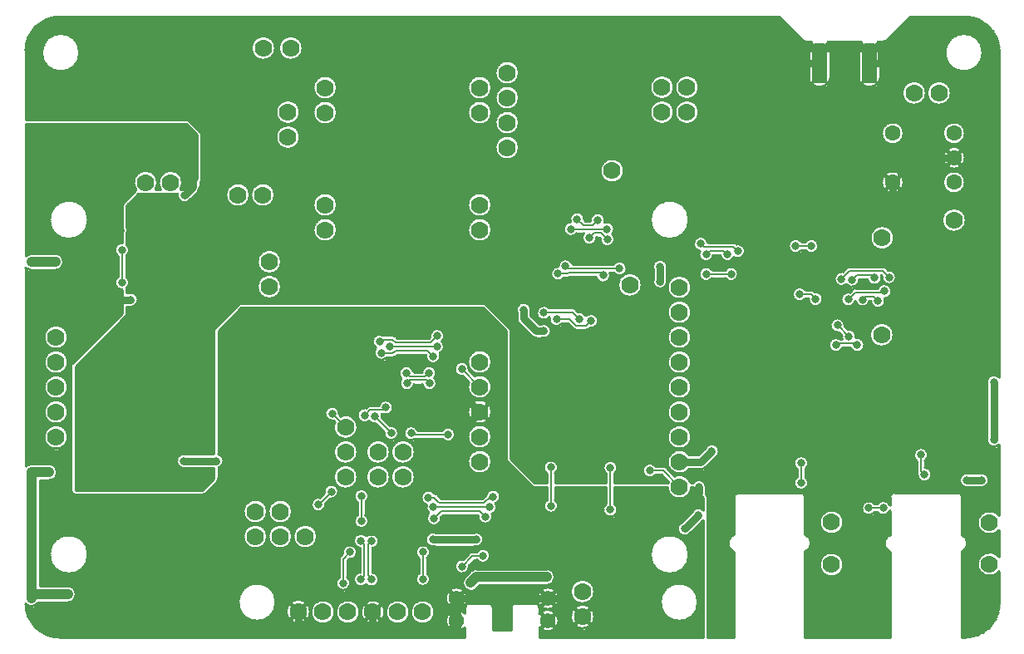
<source format=gbl>
*
*
G04 PADS9.1 Build Number: 384028 generated Gerber (RS-274-X) file*
G04 PC Version=2.1*
*
%IN "PSDR_00BB.pcb"*%
*
%MOIN*%
*
%FSLAX35Y35*%
*
*
*
*
G04 PC Standard Apertures*
*
*
G04 Thermal Relief Aperture macro.*
%AMTER*
1,1,$1,0,0*
1,0,$1-$2,0,0*
21,0,$3,$4,0,0,45*
21,0,$3,$4,0,0,135*
%
*
*
G04 Annular Aperture macro.*
%AMANN*
1,1,$1,0,0*
1,0,$2,0,0*
%
*
*
G04 Odd Aperture macro.*
%AMODD*
1,1,$1,0,0*
1,0,$1-0.005,0,0*
%
*
*
G04 PC Custom Aperture Macros*
*
*
*
*
*
*
G04 PC Aperture Table*
*
%ADD010C,0.01*%
%ADD011C,0.008*%
%ADD035C,0.03*%
%ADD036C,0.02*%
%ADD037C,0.015*%
%ADD041C,0.04*%
%ADD042C,0.001*%
%ADD048C,0.07*%
%ADD053C,0.002*%
%ADD072C,0.062*%
%ADD110C,0.016*%
%ADD149C,0.032*%
%ADD152C,0.063*%
*
*
*
*
G04 PC Circuitry*
G04 Layer Name PSDR_00BB.pcb - circuitry*
%LPD*%
*
*
G04 PC Custom Flashes*
G04 Layer Name PSDR_00BB.pcb - flashes*
%LPD*%
*
*
G04 PC Circuitry*
G04 Layer Name PSDR_00BB.pcb - circuitry*
%LPD*%
*
G54D10*
G01X478800Y269000D02*
G75*
G03X478800I-4800J0D01*
G01X478450Y284157D02*
G03X478450I-4450J0D01*
G01Y294000D02*
G03X478450I-4450J0D01*
G01Y303843D02*
G03X478450I-4450J0D01*
G01X472800Y320000D02*
G03X472800I-4800J0D01*
G01X485503Y336220D02*
G03X485503I-7550J0D01*
G01X449800Y223000D02*
G03X449800I-4800J0D01*
G01X429701Y130800D02*
G03X429701I-4800J0D01*
G01Y147800D02*
G03X429701I-4800J0D01*
G01X450001Y261900D02*
G03X450001I-4800J0D01*
G01X453844Y284157D02*
G03X453844I-4450J0D01*
G01Y303843D02*
G03X453844I-4450J0D01*
G01X462800Y320000D02*
G03X462800I-4800J0D01*
G01X368694Y182037D02*
G03X368694I-4800J0D01*
G01Y192037D02*
G03X368694I-4800J0D01*
G01Y202037D02*
G03X368694I-4800J0D01*
G01Y212037D02*
G03X368694I-4800J0D01*
G01Y222037D02*
G03X368694I-4800J0D01*
G01Y232037D02*
G03X368694I-4800J0D01*
G01Y242037D02*
G03X368694I-4800J0D01*
G01X367706Y269163D02*
G03X367706I-7749J0D01*
G01X371701Y312300D02*
G03X371701I-4800J0D01*
G01Y322300D02*
G03X371701I-4800J0D01*
G01X361701Y312300D02*
G03X361701I-4800J0D01*
G01Y322300D02*
G03X361701I-4800J0D01*
G01X348800Y243000D02*
G03X348800I-4800J0D01*
G01X341701Y288800D02*
G03X341701I-4800J0D01*
G01X299601Y298100D02*
G03X299601I-4800J0D01*
G01Y308100D02*
G03X299601I-4800J0D01*
G01Y318100D02*
G03X299601I-4800J0D01*
G01Y328100D02*
G03X299601I-4800J0D01*
G01X288601Y265100D02*
G03X288601I-4800J0D01*
G01Y275100D02*
G03X288601I-4800J0D01*
G01Y312100D02*
G03X288601I-4800J0D01*
G01Y322100D02*
G03X288601I-4800J0D01*
G01X226601Y265100D02*
G03X226601I-4800J0D01*
G01Y275100D02*
G03X226601I-4800J0D01*
G01Y312100D02*
G03X226601I-4800J0D01*
G01Y322100D02*
G03X226601I-4800J0D01*
G01X204201Y242300D02*
G03X204201I-4800J0D01*
G01Y252300D02*
G03X204201I-4800J0D01*
G01X211701Y302300D02*
G03X211701I-4800J0D01*
G01Y312300D02*
G03X211701I-4800J0D01*
G01X212800Y338000D02*
G03X212800I-4800J0D01*
G01X201601Y279100D02*
G03X201601I-4800J0D01*
G01X201800Y338000D02*
G03X201800I-4800J0D01*
G01X191601Y279100D02*
G03X191601I-4800J0D01*
G01X123298Y336220D02*
G03X123298I-7550J0D01*
G01X371330Y115748D02*
G03X371330I-7550J0D01*
G01X367706Y134911D02*
G03X367706I-7749J0D01*
G01X329800Y110000D02*
G03X329800I-4800J0D01*
G01Y120000D02*
G03X329800I-4800J0D01*
G01X315508Y117273D02*
G03X315508I-4400J0D01*
G01X278894D02*
G03X278894I-4400J0D01*
G01X265701Y111800D02*
G03X265701I-4800J0D01*
G01X288601Y172100D02*
G03X288601I-4800J0D01*
G01Y182100D02*
G03X288601I-4800J0D01*
G01Y192100D02*
G03X288601I-4800J0D01*
G01Y212100D02*
G03X288601I-4800J0D01*
G01X202038Y115748D02*
G03X202038I-7550J0D01*
G01X208601Y142100D02*
G03X208601I-4800J0D01*
G01Y152100D02*
G03X208601I-4800J0D01*
G01X198601Y142100D02*
G03X198601I-4800J0D01*
G01Y152100D02*
G03X198601I-4800J0D01*
G01X126761Y134911D02*
G03X126761I-7749J0D01*
G01X118694Y182037D02*
G03X118694I-4800J0D01*
G01Y192037D02*
G03X118694I-4800J0D01*
G01Y202037D02*
G03X118694I-4800J0D01*
G01Y212037D02*
G03X118694I-4800J0D01*
G01Y222037D02*
G03X118694I-4800J0D01*
G01X126761Y269163D02*
G03X126761I-7749J0D01*
G01X225701Y111800D02*
G03X225701I-4800J0D01*
G01X215800Y112000D02*
G03X215800I-4800J0D01*
G01X218601Y142100D02*
G03X218601I-4800J0D01*
G01X234800Y166000D02*
G03X234800I-4800J0D01*
G01Y176000D02*
G03X234800I-4800J0D01*
G01X245701Y111800D02*
G03X245701I-4800J0D01*
G01X235701D02*
G03X235701I-4800J0D01*
G01X247800Y166000D02*
G03X247800I-4800J0D01*
G01Y176000D02*
G03X247800I-4800J0D01*
G01X255701Y111800D02*
G03X255701I-4800J0D01*
G01X257800Y166000D02*
G03X257800I-4800J0D01*
G01Y176000D02*
G03X257800I-4800J0D01*
G01X492001Y206099D02*
Y337200D01*
G03X478701Y350500I-13300J-0*
G01X456304*
X446802Y340998*
X445600Y340500D02*
G03X446802Y340998I0J1700D01*
G01X445600Y340500D02*
X443400D01*
X444300Y338400D02*
G03X443400Y340500I-2900J0D01*
G01X444300Y338400D02*
Y325600D01*
X441400Y322700D02*
G03X444300Y325600I0J2900D01*
G01X441400Y322700D02*
X438600D01*
X435700Y325600D02*
G03X438600Y322700I2900J0D01*
G01X435700Y325600D02*
Y338400D01*
X436600Y340500D02*
G03X435700Y338400I2000J-2100D01*
G01X436600Y340500D02*
X423400D01*
X424300Y338400D02*
G03X423400Y340500I-2900J0D01*
G01X424300Y338400D02*
Y325600D01*
X421400Y322700D02*
G03X424300Y325600I0J2900D01*
G01X421400Y322700D02*
X418600D01*
X415700Y325600D02*
G03X418600Y322700I2900J0D01*
G01X415700Y325600D02*
Y338400D01*
X416600Y340500D02*
G03X415700Y338400I2000J-2100D01*
G01X416600Y340500D02*
X414623D01*
X413422Y340997D02*
G03X414623Y340500I1201J1203D01*
G01X413422Y340997D02*
X403897Y350500D01*
X115000*
G03X101700Y337200I0J-13300*
G01Y309400*
X166906*
X172199Y304107*
Y284893*
X171601Y284294*
Y282400*
X170781Y280420D02*
G03X171601Y282400I-1980J1980D01*
G01X170781Y280420D02*
X167915Y277554D01*
X162564Y279600D02*
G03X167915Y277554I2837J-600D01*
G01X162564Y279600D02*
X161471D01*
X158130D02*
G03X161471I1671J4500D01*
G01X158130D02*
X151471D01*
X148130D02*
G03X151471I1671J4500D01*
G01X148130D02*
X146906D01*
X142917Y275611*
X142199Y274299D02*
G03X142917Y275611I-2099J2001D01*
G01X142199Y274299D02*
Y266472D01*
Y263528D02*
G03Y266472I-2498J1472D01*
G01Y263528D02*
Y259192D01*
Y254808D02*
G03Y259192I-1899J2192D01*
G01Y254808D02*
Y246192D01*
Y241808D02*
G03Y246192I-1899J2192D01*
G01Y241808D02*
Y239900D01*
X143146*
Y234300D02*
G03Y239900I755J2800D01*
G01Y234300D02*
X142199D01*
Y230893*
X121699Y210393*
Y160600*
X172492*
X177199Y165307*
Y169600*
X165856*
Y175200D02*
G03Y169600I-755J-2800D01*
G01Y175200D02*
X177199D01*
Y225307*
X187492Y235600*
X285906*
X296199Y225307*
Y173307*
X305907Y163600*
X310601*
Y167451*
X314001D02*
G03X310601I-1700J2349D01*
G01X314001D02*
Y163600D01*
X334501*
Y167351*
X337901D02*
G03X334501I-1700J2349D01*
G01X337901D02*
Y163600D01*
X359355*
X359517Y164009D02*
G03X359355Y163600I4377J-1972D01*
G01X359517Y164009D02*
X356727Y166800D01*
X354350*
Y170200D02*
G03Y166800I-2349J-1700D01*
G01Y170200D02*
X357431D01*
X358633Y169702D02*
G03X357431Y170200I-1202J-1202D01*
G01X358633Y169702D02*
X361922Y166413D01*
X368432Y163600D02*
G03X361922Y166413I-4538J-1563D01*
G01X368432Y163600D02*
X369351D01*
X374501Y161145D02*
G03X369351Y163600I-2800J755D01*
G01X374501Y161145D02*
Y159600D01*
X374448Y159058D02*
G03X374501Y159600I-2747J542D01*
G01X374448Y159058D02*
X375199Y158307D01*
Y101700*
X385800*
Y135939*
Y142853D02*
G03Y135939I1209J-3457D01*
G01Y142853D02*
Y158000D01*
X387500Y159700D02*
G03X385800Y158000I0J-1700D01*
G01X387500Y159700D02*
X412500D01*
X414200Y158000D02*
G03X412500Y159700I-1700J0D01*
G01X414200Y158000D02*
Y142854D01*
Y135938D02*
G03Y142854I-1207J3458D01*
G01Y135938D02*
Y101700D01*
X448300*
Y136016*
Y142777D02*
G03Y136016I1409J-3381D01*
G01Y142777D02*
Y152442D01*
X443251Y151800D02*
G03X448300Y152442I2349J1700D01*
G01X443251Y151800D02*
X442149D01*
Y155200D02*
G03Y151800I-2349J-1700D01*
G01Y155200D02*
X443251D01*
X448300Y154558D02*
G03X443251Y155200I-2700J-1058D01*
G01X448300Y154558D02*
Y158000D01*
X450000Y159700D02*
G03X448300Y158000I0J-1700D01*
G01X450000Y159700D02*
X475500D01*
X477200Y158000D02*
G03X475500Y159700I-1700J0D01*
G01X477200Y158000D02*
Y142734D01*
Y136058D02*
G03Y142734I-1507J3338D01*
G01Y136058D02*
Y101700D01*
X478701*
G03X492001Y115000I-0J13300*
G01Y128068*
Y133932D02*
G03Y128068I-3800J-2932D01*
G01Y133932D02*
Y144668D01*
Y150532D02*
G03Y144668I-3800J-2932D01*
G01Y150532D02*
Y178801D01*
X487200Y181655D02*
G03X492001Y178801I2800J-755D01*
G01X487200Y181655D02*
Y203245D01*
X492001Y206099D02*
G03X487200Y203245I-2001J-2099D01*
G01X373399Y152701D02*
Y157562D01*
X369161Y161800*
X368688*
X359100D02*
G03X368688I4794J237D01*
G01X359100D02*
X337901D01*
Y155149*
X334501D02*
G03X337901I1700J-2349D01*
G01X334501D02*
Y161800D01*
X314001*
Y161300*
Y156749*
X310601D02*
G03X314001I1700J-2349D01*
G01X310601D02*
Y161300D01*
Y161800*
X305907*
X304634Y162327D02*
G03X305907Y161800I1273J1273D01*
G01X304634Y162327D02*
X294927Y172034D01*
X294399Y173307D02*
G03X294927Y172034I1800J0D01*
G01X294399Y173307D02*
Y224562D01*
X285160Y233800*
X188238*
X178999Y224562*
Y175188*
Y169612D02*
G03Y175188I-799J2788D01*
G01Y169612D02*
Y165307D01*
X178472Y164034D02*
G03X178999Y165307I-1273J1273D01*
G01X178472Y164034D02*
X173765Y159327D01*
X172492Y158800D02*
G03X173765Y159327I0J1800D01*
G01X172492Y158800D02*
X121699D01*
X119899Y160600D02*
G03X121699Y158800I1800J0D01*
G01X119899Y160600D02*
Y210393D01*
X120426Y211666D02*
G03X119899Y210393I1273J-1273D01*
G01X120426Y211666D02*
X140399Y231638D01*
Y241102*
X138600Y246349D02*
G03X140399Y241102I1700J-2349D01*
G01X138600Y246349D02*
Y254651D01*
X140399Y259898D02*
G03X138600Y254651I-99J-2898D01*
G01X140399Y259898D02*
Y274893D01*
X140926Y276166D02*
G03X140399Y274893I1273J-1273D01*
G01X140926Y276166D02*
X145634Y280873D01*
X146007Y281159D02*
G03X145634Y280873I899J-1559D01*
G01X153769Y281400D02*
G03X146007Y281159I-3968J2700D01*
G01X153769Y281400D02*
X155832D01*
X163769D02*
G03X155832I-3968J2700D01*
G01X163769D02*
X166161D01*
X170399Y285638*
Y303362*
X166161Y307600*
X101700*
Y254566*
X104000Y255500D02*
G03X101700Y254566I0J-3300D01*
G01X104000Y255500D02*
X113600D01*
Y248900D02*
G03Y255500I0J3300D01*
G01Y248900D02*
X104000D01*
X101700Y249834D02*
G03X104000Y248900I2300J2366D01*
G01X101700Y249834D02*
Y170266D01*
X104000Y171200D02*
G03X101700Y170266I0J-3300D01*
G01X104000Y171200D02*
X111100D01*
Y164600D02*
G03Y171200I0J3300D01*
G01Y164600D02*
X107300D01*
Y122200*
X118600*
Y115600D02*
G03Y122200I0J3300D01*
G01Y115600D02*
X106766D01*
X101700Y115034D02*
G03X106766Y115600I2300J2366D01*
G01X101700Y115034D02*
Y115000D01*
G03X115000Y101700I13300J0*
G01X277800*
Y105512*
Y111318D02*
G03Y105512I-3306J-2903D01*
G01Y111318D02*
Y113500D01*
X279500Y115200D02*
G03X277800Y113500I0J-1700D01*
G01X279500Y115200D02*
X287500D01*
X289200Y113500D02*
G03X287500Y115200I-1700J0D01*
G01X289200Y113500D02*
Y104700D01*
X296300*
Y113500*
X298000Y115200D02*
G03X296300Y113500I0J-1700D01*
G01X298000Y115200D02*
X306000D01*
X307700Y113500D02*
G03X306000Y115200I-1700J0D01*
G01X307700Y113500D02*
Y111198D01*
Y105632D02*
G03Y111198I3408J2783D01*
G01Y105632D02*
Y101700D01*
X373399*
Y148499*
X372846Y148086D02*
G03X373399Y148499I-1446J2514D01*
G01X372846Y148086D02*
X368514Y143754D01*
X364554Y147714D02*
G03X368514Y143754I1446J-2514D01*
G01X364554Y147714D02*
X368886Y152046D01*
X373399Y152701D02*
G03X368886Y152046I-1999J-2101D01*
G01X484345Y161900D02*
G03Y167500I755J2800D01*
G01Y161900D02*
X479855D01*
Y167500D02*
G03Y161900I-755J-2800D01*
G01Y167500D02*
X484345D01*
X478800Y269000D02*
G03X478800I-4800J0D01*
G01X478450Y284157D02*
G03X478450I-4450J0D01*
G01Y294000D02*
G03X478450I-4450J0D01*
G01Y303843D02*
G03X478450I-4450J0D01*
G01X459340Y167380D02*
G03X462400Y169793I2860J-480D01*
G01X459000Y168400D02*
G03X459340Y167380I1700J0D01*
G01X459000Y168400D02*
Y172451D01*
X462400D02*
G03X459000I-1700J2349D01*
G01X462400D02*
Y169793D01*
X472800Y320000D02*
G03X472800I-4800J0D01*
G01X485503Y336220D02*
G03X485503I-7550J0D01*
G01X449800Y223000D02*
G03X449800I-4800J0D01*
G01X429701Y130800D02*
G03X429701I-4800J0D01*
G01Y147800D02*
G03X429701I-4800J0D01*
G01X432517Y217800D02*
G03X434648Y221747I2684J1100D01*
G01X432517Y217800D02*
X429283D01*
X428366Y221200D02*
G03X429283Y217800I-1766J-2300D01*
G01X428366Y221200D02*
X429117D01*
X428937Y222759D02*
G03X429117Y221200I2864J-459D01*
G01X428937Y222759D02*
X427760Y223937D01*
X430164Y226341D02*
G03X427760Y223937I-2863J459D01*
G01X430164Y226341D02*
X431342Y225163D01*
X434648Y221747D02*
G03X431342Y225163I-2847J553D01*
G01X446222Y237603D02*
G03X443417Y241600I-122J2897D01*
G01X440601Y236599D02*
G03X446222Y237603I2900J1D01*
G01X440601Y236599D02*
X440157D01*
X434441Y236618D02*
G03X440157Y236599I2860J482D01*
G01X432059Y240063D02*
G03X434441Y236618I-459J-2863D01*
G01X432059Y240063D02*
X433098Y241102D01*
X434300Y241600D02*
G03X433098Y241102I0J-1700D01*
G01X434300Y241600D02*
X443417D01*
X445087Y246559D02*
G03X447492Y248963I2864J-459D01*
G01X445087Y246559D02*
X444809Y246838D01*
X439244Y245300D02*
G03X444809Y246838I2857J500D01*
G01X439244Y245300D02*
X436700D01*
X436094*
X430915Y243315D02*
G03X436094Y245300I2286J1785D01*
G01X429359Y248263D02*
G03X430915Y243315I-459J-2863D01*
G01X429359Y248263D02*
X430898Y249802D01*
X432100Y250300D02*
G03X430898Y249802I-0J-1700D01*
G01X432100Y250300D02*
X445451D01*
X446653Y249802D02*
G03X445451Y250300I-1202J-1202D01*
G01X446653Y249802D02*
X447492Y248963D01*
X450001Y261900D02*
G03X450001I-4800J0D01*
G01X453844Y284157D02*
G03X453844I-4450J0D01*
G01Y303843D02*
G03X453844I-4450J0D01*
G01X462800Y320000D02*
G03X462800I-4800J0D01*
G01X414400Y169151D02*
G03X411000I-1700J2349D01*
G01X414400D02*
Y165949D01*
X411000D02*
G03X414400I1700J-2349D01*
G01X411000D02*
Y169151D01*
X415607Y237500D02*
G03X418041Y240163I2893J-200D01*
G01X415607Y237500D02*
X414449D01*
Y240900D02*
G03Y237500I-2349J-1700D01*
G01Y240900D02*
X416600D01*
X417802Y240402D02*
G03X416600Y240900I-1202J-1202D01*
G01X417802Y240402D02*
X418041Y240163D01*
X414451Y256900D02*
G03Y260300I2349J1700D01*
G01Y256900D02*
X412849D01*
Y260300D02*
G03Y256900I-2349J-1700D01*
G01Y260300D02*
X414451D01*
X378346Y173786D02*
G03X374386Y177746I-1446J2514D01*
G01X378346Y173786D02*
X374480Y169920D01*
X371635Y169237D02*
G03X374480Y169920I865J2663D01*
G01X371635Y169237D02*
X367792D01*
Y174837D02*
G03Y169237I-3898J-2800D01*
G01Y174837D02*
X371477D01*
X374386Y177746*
X382251Y245700D02*
G03Y249100I2349J1700D01*
G01Y245700D02*
X376949D01*
Y249100D02*
G03Y245700I-2349J-1700D01*
G01Y249100D02*
X382251D01*
X385724Y254066D02*
G03X386841Y259363I1576J2434D01*
G01X380216Y255000D02*
G03X385724Y254066I2884J300D01*
G01X380216Y255000D02*
X377484D01*
X372020Y256625D02*
G03X377484Y255000I2580J-1325D01*
G01X375257Y260000D02*
G03X372020Y256625I-2857J-500D01*
G01X375257Y260000D02*
X385500D01*
X386702Y259502D02*
G03X385500Y260000I-1202J-1202D01*
G01X386702Y259502D02*
X386841Y259363D01*
X368694Y182037D02*
G03X368694I-4800J0D01*
G01Y192037D02*
G03X368694I-4800J0D01*
G01Y202037D02*
G03X368694I-4800J0D01*
G01Y212037D02*
G03X368694I-4800J0D01*
G01Y222037D02*
G03X368694I-4800J0D01*
G01Y232037D02*
G03X368694I-4800J0D01*
G01Y242037D02*
G03X368694I-4800J0D01*
G01X353301Y245155D02*
G03X358901I2800J-755D01*
G01X353301D02*
Y249542D01*
X358901Y249548D02*
G03X353301Y249542I-2801J752D01*
G01X358901Y249548D02*
Y245155D01*
X367706Y269163D02*
G03X367706I-7749J0D01*
G01X371701Y312300D02*
G03X371701I-4800J0D01*
G01Y322300D02*
G03X371701I-4800J0D01*
G01X361701Y312300D02*
G03X361701I-4800J0D01*
G01Y322300D02*
G03X361701I-4800J0D01*
G01X348800Y243000D02*
G03X348800I-4800J0D01*
G01X308796Y221700D02*
G03Y227300I755J2800D01*
G01Y221700D02*
X306500D01*
X304520Y222520D02*
G03X306500Y221700I1980J1980D01*
G01X304520Y222520D02*
X299406Y227634D01*
X298586Y229614D02*
G03X299406Y227634I2800J-0D01*
G01X298586Y229614D02*
Y232296D01*
X304186D02*
G03X298586I-2800J755D01*
G01X304186D02*
Y230774D01*
X307660Y227300*
X308796*
X327942Y225737D02*
G03X326328Y230628I459J2863D01*
G01X327942Y225737D02*
X327603Y225398D01*
X326401Y224900D02*
G03X327603Y225398I-0J1700D01*
G01X326401Y224900D02*
X324401D01*
X322501*
X321299Y225398D02*
G03X322501Y224900I1202J1202D01*
G01X321299Y225398D02*
X319097Y227600D01*
X316950*
X311792Y230022D02*
G03X316950Y227600I2809J-722D01*
G01X311601Y233800D02*
G03X311792Y230023I-2100J-2000D01*
G01X311601Y233800D02*
X321001D01*
X322203Y233302D02*
G03X321001Y233800I-1202J-1202D01*
G01X322203Y233302D02*
X323242Y232263D01*
X326328Y230628D02*
G03X323242Y232263I-2627J-1228D01*
G01X337551Y247900D02*
G03Y251300I2349J1700D01*
G01Y247900D02*
X335983D01*
X330443Y246300D02*
G03X335983Y247900I2857J500D01*
G01X330443Y246300D02*
X320404D01*
X320402Y246298*
X319200Y245800D02*
G03X320402Y246298I0J1700D01*
G01X319200Y245800D02*
X317550D01*
X315303Y250398D02*
G03X317550Y245800I-102J-2898D01*
G01X320988Y251300D02*
G03X315303Y250398I-2787J-800D01*
G01X320988Y251300D02*
X337551D01*
X332137Y261759D02*
G03X337001Y263400I2864J-459D01*
G01X332137Y261759D02*
X331797Y262100D01*
X330694*
X325527Y263700D02*
G03X330694Y262100I2274J-1800D01*
G01X325527Y263700D02*
X322650D01*
X320218Y268299D02*
G03X322650Y263700I83J-2899D01*
G01X325764Y268941D02*
G03X320218Y268299I-2863J459D01*
G01X325764Y268941D02*
X326005Y268700D01*
X328216*
X333860Y268107D02*
G03X328216Y268700I-2759J893D01*
G01X337001Y263400D02*
G03X333860Y268107I-2100J2000D01*
G01X341701Y288800D02*
G03X341701I-4800J0D01*
G01X299601Y298100D02*
G03X299601I-4800J0D01*
G01Y308100D02*
G03X299601I-4800J0D01*
G01Y318100D02*
G03X299601I-4800J0D01*
G01Y328100D02*
G03X299601I-4800J0D01*
G01X288601Y265100D02*
G03X288601I-4800J0D01*
G01Y275100D02*
G03X288601I-4800J0D01*
G01Y312100D02*
G03X288601I-4800J0D01*
G01Y322100D02*
G03X288601I-4800J0D01*
G01X226601Y265100D02*
G03X226601I-4800J0D01*
G01Y275100D02*
G03X226601I-4800J0D01*
G01Y312100D02*
G03X226601I-4800J0D01*
G01Y322100D02*
G03X226601I-4800J0D01*
G01X204201Y242300D02*
G03X204201I-4800J0D01*
G01Y252300D02*
G03X204201I-4800J0D01*
G01X211701Y302300D02*
G03X211701I-4800J0D01*
G01Y312300D02*
G03X211701I-4800J0D01*
G01X212800Y338000D02*
G03X212800I-4800J0D01*
G01X201601Y279100D02*
G03X201601I-4800J0D01*
G01X201800Y338000D02*
G03X201800I-4800J0D01*
G01X191601Y279100D02*
G03X191601I-4800J0D01*
G01X123298Y336220D02*
G03X123298I-7550J0D01*
G01X371330Y115748D02*
G03X371330I-7550J0D01*
G01X367706Y134911D02*
G03X367706I-7749J0D01*
G01X329800Y110000D02*
G03X329800I-4800J0D01*
G01Y120000D02*
G03X329800I-4800J0D01*
G01X315508Y117273D02*
G03X315508I-4400J0D01*
G01X278894D02*
G03X278894I-4400J0D01*
G01X310601Y122500D02*
G03Y129100I-0J3300D01*
G01Y122500D02*
X283868D01*
X282534Y121167*
X277867Y125833D02*
G03X282534Y121167I2334J-2333D01*
G01X277867Y125833D02*
X280167Y128133D01*
X282501Y129100D02*
G03X280167Y128133I-0J-3300D01*
G01X282501Y129100D02*
X310601D01*
X282751Y132700D02*
G03Y136100I2350J1700D01*
G01Y132700D02*
X281704D01*
X279563Y130559*
X277159Y132963D02*
G03X279563Y130559I-459J-2863D01*
G01X277159Y132963D02*
X279405Y135209D01*
X280900Y136100D02*
G03X279405Y135209I0J-1700D01*
G01X280900Y136100D02*
X282751D01*
X265701Y111800D02*
G03X265701I-4800J0D01*
G01X262700Y133451D02*
G03X259300I-1700J2349D01*
G01X262700D02*
Y127349D01*
X259300D02*
G03X262700I1700J-2349D01*
G01X259300D02*
Y133451D01*
X281646Y138100D02*
G03Y143700I755J2800D01*
G01Y138100D02*
X265756D01*
Y143700D02*
G03Y138100I-755J-2800D01*
G01Y143700D02*
X281646D01*
X290146Y155358D02*
G03X286420Y158924I-945J2742D01*
G01X288727Y151088D02*
G03X290146Y155358I-1026J2712D01*
G01X283137Y150559D02*
G03X288727Y151088I2864J-459D01*
G01X283137Y150559D02*
X283097Y150600D01*
X269005*
X268264Y149859*
X263476Y151569D02*
G03X268264Y149859I1925J-2169D01*
G01X262476Y154892D02*
G03X263476Y151569I2725J-992D01*
G01X265555Y159393D02*
G03X262476Y154892I-2354J-1693D01*
G01X266603Y158902D02*
G03X265555Y159393I-1202J-1202D01*
G01X266603Y158902D02*
X268303Y157202D01*
X268305Y157200*
X284697*
X286420Y158924*
X288601Y172100D02*
G03X288601I-4800J0D01*
G01Y182100D02*
G03X288601I-4800J0D01*
G01Y192100D02*
G03X288601I-4800J0D01*
G01X279425Y204072D02*
G03X281829Y206476I4376J-1972D01*
G01X279425Y204072D02*
X277060Y206437D01*
X279464Y208841D02*
G03X277060Y206437I-2863J459D01*
G01X279464Y208841D02*
X281829Y206476D01*
X288601Y212100D02*
G03X288601I-4800J0D01*
G01X260744Y203100D02*
G03X265599Y205702I2857J500D01*
G01X260744Y203100D02*
X257457D01*
X252406Y205495D02*
G03X257457Y203100I2195J-1895D01*
G01X257257Y208100D02*
G03X252406Y205495I-2856J-500D01*
G01X257257Y208100D02*
X260586D01*
X265599Y205702D02*
G03X260586Y208100I-2148J1948D01*
G01X268650Y220352D02*
G03X263837Y222041I-1949J2148D01*
G01X267728Y215628D02*
G03X268650Y220352I-1127J2672D01*
G01X262237Y214859D02*
G03X267728Y215628I2864J-459D01*
G01X262237Y214859D02*
X262097Y215000D01*
X250705*
X250003Y214298*
X248801Y213800D02*
G03X250003Y214298I-0J1700D01*
G01X248801Y213800D02*
X248401D01*
X246492*
X242239Y217740D02*
G03X246492Y213800I2062J-2040D01*
G01X245070Y222800D02*
G03X242239Y217740I-1469J-2500D01*
G01X245070Y222800D02*
X248801D01*
X250003Y222302D02*
G03X248801Y222800I-1202J-1202D01*
G01X250003Y222302D02*
X250705Y221600D01*
X263397*
X263837Y222041*
X202038Y115748D02*
G03X202038I-7550J0D01*
G01X208601Y142100D02*
G03X208601I-4800J0D01*
G01Y152100D02*
G03X208601I-4800J0D01*
G01X198601Y142100D02*
G03X198601I-4800J0D01*
G01Y152100D02*
G03X198601I-4800J0D01*
G01X126761Y134911D02*
G03X126761I-7749J0D01*
G01X118694Y182037D02*
G03X118694I-4800J0D01*
G01Y192037D02*
G03X118694I-4800J0D01*
G01Y202037D02*
G03X118694I-4800J0D01*
G01Y212037D02*
G03X118694I-4800J0D01*
G01Y222037D02*
G03X118694I-4800J0D01*
G01X126761Y269163D02*
G03X126761I-7749J0D01*
G01X231241Y132937D02*
G03X228837Y135341I459J2863D01*
G01X231241Y132937D02*
X230700Y132396D01*
Y125749*
X227300D02*
G03X230700I1700J-2349D01*
G01X227300D02*
Y133100D01*
X227798Y134302D02*
G03X227300Y133100I1202J-1202D01*
G01X227798Y134302D02*
X228837Y135341D01*
X225701Y111800D02*
G03X225701I-4800J0D01*
G01X215800Y112000D02*
G03X215800I-4800J0D01*
G01X218601Y142100D02*
G03X218601I-4800J0D01*
G01X223841Y157236D02*
G03X221437Y159640I459J2864D01*
G01X223841Y157236D02*
X222152Y155548D01*
X221964Y155359*
X219560Y157763D02*
G03X221964Y155359I-459J-2863D01*
G01X219560Y157763D02*
X219748Y157952D01*
X221437Y159640*
X234800Y166000D02*
G03X234800I-4800J0D01*
G01Y176000D02*
G03X234800I-4800J0D01*
G01X225624Y187972D02*
G03X228028Y190376I4376J-1972D01*
G01X225624Y187972D02*
X225059Y188537D01*
X227463Y190941D02*
G03X225059Y188537I-2863J459D01*
G01X227463Y190941D02*
X228028Y190376D01*
X245701Y111800D02*
G03X245701I-4800J0D01*
G01X235701D02*
G03X235701I-4800J0D01*
G01X240701Y137316D02*
G03X238341Y142242I-300J2884D01*
G01X240701Y137316D02*
Y127684D01*
X238206Y122905D02*
G03X240701Y127684I2195J1895D01*
G01X235701Y127772D02*
G03X238206Y122905I400J-2872D01*
G01X235701Y127772D02*
Y137528D01*
X238341Y142242D02*
G03X235701Y137528I-2240J-1842D01*
G01X234601Y150649D02*
G03X238001I1700J-2349D01*
G01X234601D02*
Y155950D01*
X238001Y155951D02*
G03X234601Y155950I-1701J2349D01*
G01X238001Y155951D02*
Y150649D01*
X247800Y166000D02*
G03X247800I-4800J0D01*
G01Y176000D02*
G03X247800I-4800J0D01*
G01X245437Y184059D02*
G03X247841Y186463I2863J-459D01*
G01X245437Y184059D02*
X243048Y186448D01*
X242159Y187337*
X239404Y188429D02*
G03X242159Y187337I2296J1771D01*
G01X238059Y193563D02*
G03X239404Y188429I-459J-2863D01*
G01X238059Y193563D02*
X238698Y194202D01*
X239900Y194700D02*
G03X238698Y194202I0J-1700D01*
G01X239900Y194700D02*
X243443D01*
X244730Y191300D02*
G03X243443Y194700I1470J2500D01*
G01X244730Y191300D02*
X244383D01*
X244563Y189741D02*
G03X244383Y191300I-2863J459D01*
G01X244563Y189741D02*
X245452Y188852D01*
X247841Y186463*
X255701Y111800D02*
G03X255701I-4800J0D01*
G01X257800Y166000D02*
G03X257800I-4800J0D01*
G01Y176000D02*
G03X257800I-4800J0D01*
G01X268751Y181300D02*
G03Y184700I2350J1700D01*
G01Y181300D02*
X258080D01*
X258912Y184700D02*
G03X258080Y181300I-2662J-1150D01*
G01X258912Y184700D02*
X268751D01*
X485485Y336733D02*
X492001D01*
X485493Y335833D02*
X492001D01*
X485392Y334933D02*
X492001D01*
X485179Y334033D02*
X492001D01*
X484843Y333133D02*
X492001D01*
X484364Y332233D02*
X492001D01*
X483708Y331333D02*
X492001D01*
X482802Y330433D02*
X492001D01*
X481458Y329533D02*
X492001D01*
X444300Y328633D02*
X492001D01*
X444300Y327733D02*
X492001D01*
X444300Y326833D02*
X492001D01*
X444300Y325933D02*
X492001D01*
X444244Y325033D02*
X492001D01*
X470440Y324133D02*
X492001D01*
X471548Y323233D02*
X492001D01*
X472195Y322333D02*
X492001D01*
X472581Y321433D02*
X492001D01*
X472770Y320533D02*
X492001D01*
X472786Y319633D02*
X492001D01*
X472630Y318733D02*
X492001D01*
X472283Y317833D02*
X492001D01*
X471693Y316933D02*
X492001D01*
X470703Y316033D02*
X492001D01*
X370775Y315133D02*
X492001D01*
X371294Y314233D02*
X492001D01*
X371588Y313333D02*
X492001D01*
X371699Y312433D02*
X492001D01*
X371639Y311533D02*
X492001D01*
X371402Y310633D02*
X492001D01*
X370957Y309733D02*
X492001D01*
X370221Y308833D02*
X492001D01*
X475751Y307933D02*
X492001D01*
X477102Y307033D02*
X492001D01*
X477815Y306133D02*
X492001D01*
X478227Y305233D02*
X492001D01*
X478423Y304333D02*
X492001D01*
X478431Y303433D02*
X492001D01*
X478253Y302533D02*
X492001D01*
X477863Y301633D02*
X492001D01*
X477184Y300733D02*
X492001D01*
X475931Y299833D02*
X492001D01*
X299528Y298933D02*
X492001D01*
X475880Y298033D02*
X492001D01*
X477160Y297133D02*
X492001D01*
X477849Y296233D02*
X492001D01*
X478246Y295333D02*
X492001D01*
X478429Y294433D02*
X492001D01*
X478425Y293533D02*
X492001D01*
X478235Y292633D02*
X492001D01*
X477830Y291733D02*
X492001D01*
X477127Y290833D02*
X492001D01*
X475807Y289933D02*
X492001D01*
X341695Y289033D02*
X492001D01*
X475999Y288133D02*
X492001D01*
X477216Y287233D02*
X492001D01*
X477882Y286333D02*
X492001D01*
X478263Y285433D02*
X492001D01*
X478434Y284533D02*
X492001D01*
X478419Y283633D02*
X492001D01*
X478216Y282733D02*
X492001D01*
X477795Y281833D02*
X492001D01*
X477067Y280933D02*
X492001D01*
X475672Y280033D02*
X492001D01*
X286403Y279133D02*
X492001D01*
X287437Y278233D02*
X492001D01*
X288050Y277333D02*
X492001D01*
X362638Y276433D02*
X492001D01*
X364369Y275533D02*
X492001D01*
X365445Y274633D02*
X492001D01*
X474797Y273733D02*
X492001D01*
X476889Y272833D02*
X492001D01*
X477799Y271933D02*
X492001D01*
X478348Y271033D02*
X492001D01*
X478664Y270133D02*
X492001D01*
X478794Y269233D02*
X492001D01*
X478754Y268333D02*
X492001D01*
X478537Y267433D02*
X492001D01*
X478118Y266533D02*
X492001D01*
X477421Y265633D02*
X492001D01*
X476199Y264733D02*
X492001D01*
X449594Y263833D02*
X492001D01*
X449888Y262933D02*
X492001D01*
X449999Y262033D02*
X492001D01*
X449939Y261133D02*
X492001D01*
X449702Y260233D02*
X492001D01*
X449257Y259333D02*
X492001D01*
X448521Y258433D02*
X492001D01*
X447194Y257533D02*
X492001D01*
X418931Y256633D02*
X492001D01*
X417239Y255733D02*
X492001D01*
X389673Y254833D02*
X492001D01*
X388650Y253933D02*
X492001D01*
X384909Y253033D02*
X492001D01*
X358347Y252133D02*
X492001D01*
X358846Y251233D02*
X492001D01*
X359000Y250333D02*
X492001D01*
X447022Y249433D02*
X492001D01*
X449528Y248533D02*
X492001D01*
X450412Y247633D02*
X492001D01*
X450781Y246733D02*
X492001D01*
X450839Y245833D02*
X492001D01*
X450606Y244933D02*
X492001D01*
X449985Y244033D02*
X492001D01*
X447315Y243133D02*
X492001D01*
X448425Y242233D02*
X492001D01*
X448878Y241333D02*
X492001D01*
X448999Y240433D02*
X492001D01*
X448834Y239533D02*
X492001D01*
X448319Y238633D02*
X492001D01*
X446970Y237733D02*
X492001D01*
X446391Y236833D02*
X492001D01*
X446323Y235933D02*
X492001D01*
X445941Y235033D02*
X492001D01*
X445026Y234133D02*
X492001D01*
X368542Y233233D02*
X492001D01*
X368685Y232333D02*
X492001D01*
X368656Y231433D02*
X492001D01*
X368452Y230533D02*
X492001D01*
X427919Y229633D02*
X492001D01*
X429462Y228733D02*
X492001D01*
X430010Y227833D02*
X492001D01*
X447751Y226933D02*
X492001D01*
X448720Y226033D02*
X492001D01*
X449300Y225133D02*
X492001D01*
X449639Y224233D02*
X492001D01*
X449788Y223333D02*
X492001D01*
X449766Y222433D02*
X492001D01*
X449570Y221533D02*
X492001D01*
X449176Y220633D02*
X492001D01*
X448517Y219733D02*
X492001D01*
X447383Y218833D02*
X492001D01*
X437935Y217933D02*
X492001D01*
X437420Y217033D02*
X492001D01*
X436070Y216133D02*
X492001D01*
X367475Y215233D02*
X492001D01*
X368109Y214333D02*
X492001D01*
X368486Y213433D02*
X492001D01*
X368668Y212533D02*
X492001D01*
X368677Y211633D02*
X492001D01*
X368513Y210733D02*
X492001D01*
X368158Y209833D02*
X492001D01*
X367555Y208933D02*
X492001D01*
X366542Y208033D02*
X492001D01*
X296199Y207133D02*
X492001D01*
X491850Y206233D02*
X492001D01*
X491350Y178333D02*
X492001D01*
X461915Y177433D02*
X492001D01*
X463025Y176533D02*
X492001D01*
X463478Y175633D02*
X492001D01*
X463599Y174733D02*
X492001D01*
X463434Y173833D02*
X492001D01*
X462919Y172933D02*
X492001D01*
X462400Y172033D02*
X492001D01*
X462400Y171133D02*
X492001D01*
X462400Y170233D02*
X492001D01*
X463778Y169333D02*
X492001D01*
X464661Y168433D02*
X492001D01*
X485718Y167533D02*
X492001D01*
X487261Y166633D02*
X492001D01*
X487810Y165733D02*
X492001D01*
X487997Y164833D02*
X492001D01*
X487897Y163933D02*
X492001D01*
X487473Y163033D02*
X492001D01*
X486450Y162133D02*
X492001D01*
X414376Y161233D02*
X492001D01*
X374501Y160333D02*
X492001D01*
X476414Y159433D02*
X492001D01*
X477114Y158533D02*
X492001D01*
X477200Y157633D02*
X492001D01*
X477200Y156733D02*
X492001D01*
X477200Y155833D02*
X492001D01*
X477200Y154933D02*
X492001D01*
X477200Y154033D02*
X492001D01*
X477200Y153133D02*
X492001D01*
X489454Y152233D02*
X492001D01*
X491218Y151333D02*
X492001D01*
X491521Y144133D02*
X492001D01*
X490194Y143233D02*
X492001D01*
X477880Y142333D02*
X492001D01*
X478736Y141433D02*
X492001D01*
X479174Y140533D02*
X492001D01*
X479347Y139633D02*
X492001D01*
X479295Y138733D02*
X492001D01*
X479005Y137833D02*
X492001D01*
X478404Y136933D02*
X492001D01*
X477200Y136033D02*
X492001D01*
X490641Y135133D02*
X492001D01*
X491748Y134233D02*
X492001D01*
X491894Y127933D02*
X492001D01*
X490904Y127033D02*
X492001D01*
X477200Y126133D02*
X492001D01*
X477200Y125233D02*
X492001D01*
X477200Y124333D02*
X492001D01*
X477200Y123433D02*
X492001D01*
X477200Y122533D02*
X492001D01*
X477200Y121633D02*
X492001D01*
X477200Y120733D02*
X492001D01*
X477200Y119833D02*
X492001D01*
X477200Y118933D02*
X492001D01*
X477200Y118033D02*
X492001D01*
X477200Y117133D02*
X492001D01*
X477200Y116233D02*
X492001D01*
X477200Y115333D02*
X492001D01*
X485369Y337633D02*
X491994D01*
X477200Y114433D02*
X491989D01*
X485140Y338533D02*
X491934D01*
X477200Y113533D02*
X491920D01*
X484785Y339433D02*
X491812D01*
X477200Y112633D02*
X491789D01*
X484284Y340333D02*
X491627D01*
X477200Y111733D02*
X491594D01*
X483598Y341233D02*
X491375D01*
X477200Y110833D02*
X491331D01*
X482647Y342133D02*
X491052D01*
X477200Y109933D02*
X490998D01*
X481206Y343033D02*
X490653D01*
X477200Y109033D02*
X490588D01*
X449738Y343933D02*
X490171D01*
X477200Y108133D02*
X490091D01*
X450638Y344833D02*
X489592D01*
X477200Y107233D02*
X489498D01*
X451538Y345733D02*
X488902D01*
X477200Y106333D02*
X488790D01*
X378968Y178333D02*
X488650D01*
X366224Y206233D02*
X488150D01*
X452438Y346633D02*
X488076D01*
X477200Y105433D02*
X487941D01*
X367790Y179233D02*
X487627D01*
X367383Y205333D02*
X487425D01*
X368300Y180133D02*
X487203D01*
X368657Y202633D02*
X487200D01*
X368684Y201733D02*
X487200D01*
X368540Y200833D02*
X487200D01*
X368208Y199933D02*
X487200D01*
X367638Y199033D02*
X487200D01*
X366687Y198133D02*
X487200D01*
X296199Y197233D02*
X487200D01*
X366034Y196333D02*
X487200D01*
X367286Y195433D02*
X487200D01*
X367993Y194533D02*
X487200D01*
X368420Y193633D02*
X487200D01*
X368643Y192733D02*
X487200D01*
X368689Y191833D02*
X487200D01*
X368565Y190933D02*
X487200D01*
X368256Y190033D02*
X487200D01*
X367716Y189133D02*
X487200D01*
X366822Y188233D02*
X487200D01*
X364851Y187333D02*
X487200D01*
X365820Y186433D02*
X487200D01*
X367182Y185533D02*
X487200D01*
X367931Y184633D02*
X487200D01*
X368384Y183733D02*
X487200D01*
X368627Y182833D02*
X487200D01*
X368693Y181933D02*
X487200D01*
X368455Y203533D02*
X487138D01*
X368053Y204433D02*
X487133D01*
X368588Y181033D02*
X487103D01*
X453338Y347533D02*
X487074D01*
X477200Y152233D02*
X486947D01*
X477200Y104533D02*
X486907D01*
X477200Y143233D02*
X486207D01*
X454238Y348433D02*
X485821D01*
X477200Y135133D02*
X485761D01*
X477200Y103633D02*
X485607D01*
X477200Y127033D02*
X485498D01*
X477200Y151333D02*
X485184D01*
X477200Y144133D02*
X484881D01*
X477200Y134233D02*
X484653D01*
X477200Y127933D02*
X484508D01*
X479718Y167533D02*
X484482D01*
X477200Y150433D02*
X484326D01*
X455138Y349333D02*
X484148D01*
X477200Y145033D02*
X484145D01*
X477200Y133333D02*
X484006D01*
X477200Y128833D02*
X483918D01*
X477200Y102733D02*
X483841D01*
X477200Y149533D02*
X483807D01*
X477200Y145933D02*
X483699D01*
X477200Y132433D02*
X483620D01*
X477200Y129733D02*
X483571D01*
X477200Y148633D02*
X483513D01*
X477200Y146833D02*
X483462D01*
X477200Y131533D02*
X483430D01*
X477200Y130633D02*
X483415D01*
X477200Y147733D02*
X483403D01*
X456038Y350233D02*
X481350D01*
X477200Y101833D02*
X480580D01*
X465030Y167533D02*
X478482D01*
X415202Y162133D02*
X477750D01*
X465088Y166633D02*
X476939D01*
X415544Y163033D02*
X476727D01*
X464855Y165733D02*
X476390D01*
X415581Y163933D02*
X476303D01*
X464235Y164833D02*
X476203D01*
X448838Y343033D02*
X474699D01*
X444300Y329533D02*
X474448D01*
X447938Y342133D02*
X473258D01*
X366215Y273733D02*
X473203D01*
X444300Y330433D02*
X473104D01*
X451065Y280033D02*
X472328D01*
X447038Y341233D02*
X472307D01*
X451145Y307933D02*
X472249D01*
X444300Y331333D02*
X472198D01*
X341565Y289933D02*
X472193D01*
X299600Y298033D02*
X472120D01*
X451325Y299833D02*
X472069D01*
X451392Y288133D02*
X472001D01*
X449075Y264733D02*
X471801D01*
X443561Y340333D02*
X471621D01*
X444300Y332233D02*
X471541D01*
X444110Y339433D02*
X471120D01*
X366782Y272833D02*
X471111D01*
X444300Y333133D02*
X471063D01*
X452461Y280933D02*
X470933D01*
X452495Y307033D02*
X470898D01*
X341249Y290833D02*
X470873D01*
X299502Y297133D02*
X470840D01*
X452577Y300733D02*
X470816D01*
X452609Y287233D02*
X470784D01*
X444297Y338533D02*
X470766D01*
X444300Y334033D02*
X470726D01*
X448218Y265633D02*
X470579D01*
X444300Y337633D02*
X470536D01*
X444300Y334933D02*
X470513D01*
X444300Y336733D02*
X470420D01*
X444300Y335833D02*
X470413D01*
X453189Y281833D02*
X470205D01*
X367194Y271933D02*
X470201D01*
X453209Y306133D02*
X470185D01*
X340700Y291733D02*
X470170D01*
X299223Y296233D02*
X470151D01*
X453257Y301633D02*
X470137D01*
X453275Y286333D02*
X470118D01*
X446454Y266533D02*
X469882D01*
X453610Y282733D02*
X469784D01*
X453621Y305233D02*
X469773D01*
X339790Y292633D02*
X469765D01*
X298723Y295333D02*
X469754D01*
X453647Y302533D02*
X469747D01*
X453657Y285433D02*
X469737D01*
X367477Y271033D02*
X469652D01*
X453813Y283633D02*
X469581D01*
X453817Y304333D02*
X469577D01*
X337698Y293533D02*
X469575D01*
X297899Y294433D02*
X469571D01*
X453825Y303433D02*
X469569D01*
X453828Y284533D02*
X469566D01*
X367510Y267433D02*
X469463D01*
X367645Y270133D02*
X469336D01*
X367661Y268333D02*
X469246D01*
X367706Y269233D02*
X469206D01*
X460440Y324133D02*
X465560D01*
X460703Y316033D02*
X465297D01*
X461548Y323233D02*
X464452D01*
X461693Y316933D02*
X464307D01*
X462195Y322333D02*
X463805D01*
X462283Y317833D02*
X463717D01*
X462581Y321433D02*
X463419D01*
X462630Y318733D02*
X463370D01*
X462770Y320533D02*
X463230D01*
X462786Y319633D02*
X463214D01*
X415325Y164833D02*
X460165D01*
X414664Y165733D02*
X459545D01*
X379569Y177433D02*
X459485D01*
X414400Y166633D02*
X459312D01*
X414400Y167533D02*
X459237D01*
X415551Y172033D02*
X459000D01*
X415577Y171133D02*
X459000D01*
X415309Y170233D02*
X459000D01*
X414628Y169333D02*
X459000D01*
X414400Y168433D02*
X459000D01*
X415221Y172933D02*
X458481D01*
X379791Y176533D02*
X458375D01*
X414422Y173833D02*
X457966D01*
X379722Y175633D02*
X457922D01*
X379340Y174733D02*
X457801D01*
X443902Y324133D02*
X455560D01*
X369918Y316033D02*
X455297D01*
X443076Y323233D02*
X454452D01*
X368154Y316933D02*
X454307D01*
X371701Y322333D02*
X453805D01*
X368659Y317833D02*
X453717D01*
X371622Y321433D02*
X453419D01*
X370113Y318733D02*
X453370D01*
X371364Y320533D02*
X453230D01*
X370892Y319633D02*
X453214D01*
X413414Y159433D02*
X449086D01*
X414114Y158533D02*
X448386D01*
X414200Y157633D02*
X448300D01*
X414200Y156733D02*
X448300D01*
X447322Y155833D02*
X448300D01*
X448121Y154933D02*
X448300D01*
X448209Y152233D02*
X448300D01*
X447528Y151333D02*
X448300D01*
X428914Y150433D02*
X448300D01*
X429377Y149533D02*
X448300D01*
X429628Y148633D02*
X448300D01*
X429700Y147733D02*
X448300D01*
X429602Y146833D02*
X448300D01*
X429323Y145933D02*
X448300D01*
X428823Y145033D02*
X448300D01*
X427999Y144133D02*
X448300D01*
X426380Y143233D02*
X448300D01*
X426965Y135133D02*
X448300D01*
X428255Y134233D02*
X448300D01*
X428978Y133333D02*
X448300D01*
X429414Y132433D02*
X448300D01*
X429644Y131533D02*
X448300D01*
X429698Y130633D02*
X448300D01*
X429581Y129733D02*
X448300D01*
X429279Y128833D02*
X448300D01*
X428751Y127933D02*
X448300D01*
X427876Y127033D02*
X448300D01*
X426025Y126133D02*
X448300D01*
X414200Y125233D02*
X448300D01*
X414200Y124333D02*
X448300D01*
X414200Y123433D02*
X448300D01*
X414200Y122533D02*
X448300D01*
X414200Y121633D02*
X448300D01*
X414200Y120733D02*
X448300D01*
X414200Y119833D02*
X448300D01*
X414200Y118933D02*
X448300D01*
X414200Y118033D02*
X448300D01*
X414200Y117133D02*
X448300D01*
X414200Y116233D02*
X448300D01*
X414200Y115333D02*
X448300D01*
X414200Y114433D02*
X448300D01*
X414200Y113533D02*
X448300D01*
X414200Y112633D02*
X448300D01*
X414200Y111733D02*
X448300D01*
X414200Y110833D02*
X448300D01*
X414200Y109933D02*
X448300D01*
X414200Y109033D02*
X448300D01*
X414200Y108133D02*
X448300D01*
X414200Y107233D02*
X448300D01*
X414200Y106333D02*
X448300D01*
X414200Y105433D02*
X448300D01*
X414200Y104533D02*
X448300D01*
X414200Y103633D02*
X448300D01*
X414200Y102733D02*
X448300D01*
X414200Y101833D02*
X448300D01*
X414444Y136033D02*
X448258D01*
X201509Y280033D02*
X447722D01*
X368894Y307933D02*
X447642D01*
X415180Y142333D02*
X447521D01*
X299277Y299833D02*
X447462D01*
X341654Y288133D02*
X447395D01*
X415704Y136933D02*
X446998D01*
X416036Y141433D02*
X446665D01*
X416305Y137833D02*
X446397D01*
X201237Y280933D02*
X446326D01*
X299481Y307033D02*
X446292D01*
X416474Y140533D02*
X446228D01*
X298814Y300733D02*
X446210D01*
X341438Y287233D02*
X446178D01*
X416595Y138733D02*
X446107D01*
X416647Y139633D02*
X446054D01*
X444401Y244033D02*
X445916D01*
X200746Y281833D02*
X445599D01*
X299179Y306133D02*
X445579D01*
X298050Y301633D02*
X445531D01*
X341019Y286333D02*
X445512D01*
X444868Y244933D02*
X445296D01*
X199937Y282733D02*
X445178D01*
X298651Y305233D02*
X445167D01*
X296641Y302533D02*
X445141D01*
X340322Y285433D02*
X445131D01*
X445001Y245833D02*
X445063D01*
X198378Y283633D02*
X444975D01*
X297776Y304333D02*
X444971D01*
X295925Y303433D02*
X444963D01*
X339100Y284533D02*
X444960D01*
X444846Y246733D02*
X444913D01*
X443241Y243133D02*
X444885D01*
X367246Y266533D02*
X443947D01*
X441522Y155833D02*
X443878D01*
X433640Y242233D02*
X443775D01*
X441728Y151333D02*
X443672D01*
X419497Y257533D02*
X443207D01*
X438100Y218833D02*
X442617D01*
X430198Y226933D02*
X442249D01*
X366855Y265633D02*
X442184D01*
X368212Y234133D02*
X441976D01*
X419695Y258433D02*
X441881D01*
X437978Y219733D02*
X441483D01*
X366315Y264733D02*
X441326D01*
X430472Y226033D02*
X441280D01*
X419606Y259333D02*
X441145D01*
X439335Y235033D02*
X441060D01*
X435332Y243133D02*
X440961D01*
X437526Y220633D02*
X440824D01*
X365582Y263833D02*
X440807D01*
X432419Y225133D02*
X440700D01*
X419196Y260233D02*
X440699D01*
X439956Y235933D02*
X440678D01*
X364566Y262933D02*
X440513D01*
X418211Y261133D02*
X440462D01*
X436415Y221533D02*
X440430D01*
X373811Y262033D02*
X440403D01*
X433962Y224233D02*
X440361D01*
X434698Y222433D02*
X440234D01*
X434510Y223333D02*
X440212D01*
X435898Y244033D02*
X439801D01*
X436096Y244933D02*
X439333D01*
X414200Y155833D02*
X438078D01*
X428150Y151333D02*
X437872D01*
X414200Y154933D02*
X437279D01*
X426741Y152233D02*
X437191D01*
X414200Y154033D02*
X436949D01*
X423076Y323233D02*
X436924D01*
X414200Y153133D02*
X436923D01*
X423561Y340333D02*
X436439D01*
X423902Y324133D02*
X436098D01*
X424110Y339433D02*
X435890D01*
X424244Y325033D02*
X435756D01*
X424297Y338533D02*
X435703D01*
X424300Y337633D02*
X435700D01*
X424300Y336733D02*
X435700D01*
X424300Y335833D02*
X435700D01*
X424300Y334933D02*
X435700D01*
X424300Y334033D02*
X435700D01*
X424300Y333133D02*
X435700D01*
X424300Y332233D02*
X435700D01*
X424300Y331333D02*
X435700D01*
X424300Y330433D02*
X435700D01*
X424300Y329533D02*
X435700D01*
X424300Y328633D02*
X435700D01*
X424300Y327733D02*
X435700D01*
X424300Y326833D02*
X435700D01*
X424300Y325933D02*
X435700D01*
X433528Y235033D02*
X435266D01*
X434209Y235933D02*
X434646D01*
X427470Y216133D02*
X434331D01*
X414064Y241333D02*
X433386D01*
X428819Y217033D02*
X432981D01*
X368690Y242233D02*
X432762D01*
X417770Y240433D02*
X432429D01*
X430709Y243133D02*
X431069D01*
X386668Y249433D02*
X430529D01*
X420350Y239533D02*
X429878D01*
X420309Y235033D02*
X429672D01*
X387269Y248533D02*
X429629D01*
X421075Y238633D02*
X429079D01*
X427815Y221533D02*
X429004D01*
X421058Y235933D02*
X428991D01*
X368677Y222433D02*
X428904D01*
X421367Y237733D02*
X428749D01*
X421362Y236833D02*
X428723D01*
X368515Y223333D02*
X428363D01*
X368567Y243133D02*
X427091D01*
X387491Y247633D02*
X427050D01*
X368049Y229633D02*
X426683D01*
X368259Y244033D02*
X426342D01*
X387422Y246733D02*
X426325D01*
X386125Y244933D02*
X426038D01*
X387040Y245833D02*
X426033D01*
X368162Y224233D02*
X425951D01*
X366396Y216133D02*
X425730D01*
X368667Y221533D02*
X425385D01*
X367376Y228733D02*
X425139D01*
X367561Y225133D02*
X424927D01*
X366211Y227833D02*
X424591D01*
X366552Y226033D02*
X424504D01*
X330774Y226933D02*
X424404D01*
X296199Y217033D02*
X424381D01*
X368484Y220633D02*
X424275D01*
X366384Y217933D02*
X423866D01*
X368105Y219733D02*
X423822D01*
X414200Y126133D02*
X423777D01*
X367468Y218833D02*
X423701D01*
X414200Y143233D02*
X423422D01*
X414200Y152233D02*
X423061D01*
X414200Y135133D02*
X422836D01*
X414200Y127033D02*
X421925D01*
X414200Y144133D02*
X421803D01*
X414200Y151333D02*
X421652D01*
X414200Y134233D02*
X421546D01*
X414200Y127933D02*
X421051D01*
X414200Y145033D02*
X420978D01*
X414200Y150433D02*
X420888D01*
X414200Y133333D02*
X420824D01*
X414200Y128833D02*
X420522D01*
X414200Y145933D02*
X420479D01*
X414200Y149533D02*
X420425D01*
X414200Y132433D02*
X420387D01*
X414200Y129733D02*
X420221D01*
X414200Y146833D02*
X420199D01*
X414200Y148633D02*
X420174D01*
X414200Y131533D02*
X420157D01*
X414200Y130633D02*
X420104D01*
X414200Y147733D02*
X420101D01*
X371609Y323233D02*
X416924D01*
X367644Y235033D02*
X416691D01*
X212195Y340333D02*
X416439D01*
X410939Y255733D02*
X416361D01*
X371337Y324133D02*
X416098D01*
X366697Y235933D02*
X415942D01*
X212581Y339433D02*
X415890D01*
X370846Y325033D02*
X415756D01*
X212770Y338533D02*
X415703D01*
X212786Y337633D02*
X415700D01*
X212630Y336733D02*
X415700D01*
X212283Y335833D02*
X415700D01*
X211693Y334933D02*
X415700D01*
X210703Y334033D02*
X415700D01*
X122638Y333133D02*
X415700D01*
X297241Y332233D02*
X415700D01*
X298348Y331333D02*
X415700D01*
X298995Y330433D02*
X415700D01*
X299382Y329533D02*
X415700D01*
X299571Y328633D02*
X415700D01*
X299587Y327733D02*
X415700D01*
X368478Y326833D02*
X415700D01*
X370037Y325933D02*
X415700D01*
X413776Y236833D02*
X415638D01*
X411911Y261133D02*
X415389D01*
X412631Y256633D02*
X414669D01*
X211548Y341233D02*
X413185D01*
X210440Y342133D02*
X412283D01*
X119002Y343033D02*
X411380D01*
X374523Y161233D02*
X411024D01*
X367065Y168433D02*
X411000D01*
X365554Y167533D02*
X411000D01*
X365277Y166633D02*
X411000D01*
X378425Y173833D02*
X410978D01*
X373619Y169333D02*
X410772D01*
X366956Y165733D02*
X410736D01*
X103530Y343933D02*
X410478D01*
X364080Y236833D02*
X410424D01*
X374591Y162133D02*
X410198D01*
X377493Y172933D02*
X410179D01*
X368642Y241333D02*
X410136D01*
X374793Y170233D02*
X410091D01*
X367795Y164833D02*
X410075D01*
X390097Y255733D02*
X410061D01*
X374370Y163033D02*
X409856D01*
X376593Y172033D02*
X409849D01*
X375693Y171133D02*
X409823D01*
X373768Y163933D02*
X409819D01*
X366020Y237733D02*
X409598D01*
X104109Y344833D02*
X409576D01*
X368418Y240433D02*
X409475D01*
X367278Y238633D02*
X409256D01*
X367989Y239533D02*
X409219D01*
X374796Y261133D02*
X409089D01*
X104799Y345733D02*
X408674D01*
X390197Y256633D02*
X408369D01*
X375206Y260233D02*
X408104D01*
X390010Y257533D02*
X407803D01*
X105625Y346633D02*
X407772D01*
X387918Y259333D02*
X407694D01*
X389461Y258433D02*
X407605D01*
X106627Y347533D02*
X406870D01*
X107880Y348433D02*
X405968D01*
X109553Y349333D02*
X405066D01*
X112351Y350233D02*
X404164D01*
X374496Y159433D02*
X386586D01*
X385658Y253933D02*
X385950D01*
X374973Y158533D02*
X385886D01*
X375199Y157633D02*
X385800D01*
X375199Y156733D02*
X385800D01*
X375199Y155833D02*
X385800D01*
X375199Y154933D02*
X385800D01*
X375199Y154033D02*
X385800D01*
X375199Y153133D02*
X385800D01*
X375199Y152233D02*
X385800D01*
X375199Y151333D02*
X385800D01*
X375199Y150433D02*
X385800D01*
X375199Y149533D02*
X385800D01*
X375199Y148633D02*
X385800D01*
X375199Y147733D02*
X385800D01*
X375199Y146833D02*
X385800D01*
X375199Y145933D02*
X385800D01*
X375199Y145033D02*
X385800D01*
X375199Y144133D02*
X385800D01*
X375199Y143233D02*
X385800D01*
X375199Y135133D02*
X385800D01*
X375199Y134233D02*
X385800D01*
X375199Y133333D02*
X385800D01*
X375199Y132433D02*
X385800D01*
X375199Y131533D02*
X385800D01*
X375199Y130633D02*
X385800D01*
X375199Y129733D02*
X385800D01*
X375199Y128833D02*
X385800D01*
X375199Y127933D02*
X385800D01*
X375199Y127033D02*
X385800D01*
X375199Y126133D02*
X385800D01*
X375199Y125233D02*
X385800D01*
X375199Y124333D02*
X385800D01*
X375199Y123433D02*
X385800D01*
X375199Y122533D02*
X385800D01*
X375199Y121633D02*
X385800D01*
X375199Y120733D02*
X385800D01*
X375199Y119833D02*
X385800D01*
X375199Y118933D02*
X385800D01*
X375199Y118033D02*
X385800D01*
X375199Y117133D02*
X385800D01*
X375199Y116233D02*
X385800D01*
X375199Y115333D02*
X385800D01*
X375199Y114433D02*
X385800D01*
X375199Y113533D02*
X385800D01*
X375199Y112633D02*
X385800D01*
X375199Y111733D02*
X385800D01*
X375199Y110833D02*
X385800D01*
X375199Y109933D02*
X385800D01*
X375199Y109033D02*
X385800D01*
X375199Y108133D02*
X385800D01*
X375199Y107233D02*
X385800D01*
X375199Y106333D02*
X385800D01*
X375199Y105433D02*
X385800D01*
X375199Y104533D02*
X385800D01*
X375199Y103633D02*
X385800D01*
X375199Y102733D02*
X385800D01*
X375199Y101833D02*
X385800D01*
X375199Y136033D02*
X385558D01*
X375199Y142333D02*
X384821D01*
X375199Y136933D02*
X384298D01*
X375199Y141433D02*
X383965D01*
X375199Y137833D02*
X383697D01*
X375199Y140533D02*
X383528D01*
X375199Y138733D02*
X383407D01*
X375199Y139633D02*
X383354D01*
X376125Y244933D02*
X383075D01*
X376668Y249433D02*
X382532D01*
X376409Y253033D02*
X381291D01*
X377158Y253933D02*
X380542D01*
X377462Y254833D02*
X380238D01*
X366947Y178333D02*
X374832D01*
X365253Y177433D02*
X374074D01*
X365574Y176533D02*
X373174D01*
X367721Y244933D02*
X373075D01*
X357069Y253033D02*
X372791D01*
X358901Y249433D02*
X372532D01*
X367073Y175633D02*
X372274D01*
X366831Y245833D02*
X372160D01*
X203914Y253933D02*
X372042D01*
X201465Y256633D02*
X371961D01*
X358901Y248533D02*
X371931D01*
X364886Y246733D02*
X371778D01*
X203478Y254833D02*
X371738D01*
X202755Y255733D02*
X371733D01*
X358901Y247633D02*
X371709D01*
X362993Y262033D02*
X370989D01*
X143151Y257533D02*
X370269D01*
X337896Y261133D02*
X370004D01*
X335440Y258433D02*
X369703D01*
X368303Y163933D02*
X369633D01*
X337698Y260233D02*
X369594D01*
X337132Y259333D02*
X369505D01*
X358154Y316933D02*
X365647D01*
X358478Y326833D02*
X365323D01*
X358659Y317833D02*
X365143D01*
X358894Y307933D02*
X364907D01*
X359918Y316033D02*
X363884D01*
X360037Y325933D02*
X363764D01*
X146789Y236833D02*
X363708D01*
X360113Y318733D02*
X363688D01*
X360221Y308833D02*
X363581D01*
X360775Y315133D02*
X363026D01*
X360846Y325033D02*
X362955D01*
X296199Y187333D02*
X362936D01*
X360892Y319633D02*
X362910D01*
X358901Y246733D02*
X362902D01*
X360957Y309733D02*
X362845D01*
X296199Y177433D02*
X362535D01*
X361701Y166633D02*
X362511D01*
X361294Y314233D02*
X362507D01*
X361337Y324133D02*
X362465D01*
X361364Y320533D02*
X362438D01*
X361402Y310633D02*
X362399D01*
X360801Y167533D02*
X362233D01*
X296199Y176533D02*
X362214D01*
X361588Y313333D02*
X362213D01*
X361609Y323233D02*
X362192D01*
X361622Y321433D02*
X362180D01*
X361639Y311533D02*
X362162D01*
X361699Y312433D02*
X362103D01*
X361701Y322333D02*
X362101D01*
X296199Y186433D02*
X361967D01*
X200880Y237733D02*
X361768D01*
X296199Y196333D02*
X361753D01*
X331198Y227833D02*
X361576D01*
X296199Y206233D02*
X361563D01*
X296199Y217933D02*
X361404D01*
X296199Y216133D02*
X361392D01*
X296199Y208033D02*
X361246D01*
X329751Y226033D02*
X361235D01*
X296199Y198133D02*
X361100D01*
X301703Y235933D02*
X361090D01*
X296199Y188233D02*
X360966D01*
X358901Y245833D02*
X360956D01*
X296199Y178333D02*
X360840D01*
X359901Y168433D02*
X360723D01*
X296199Y175633D02*
X360715D01*
X296199Y185533D02*
X360605D01*
X345993Y238633D02*
X360509D01*
X296199Y195433D02*
X360502D01*
X331298Y228733D02*
X360411D01*
X296199Y205333D02*
X360405D01*
X296199Y218833D02*
X360319D01*
X296199Y215233D02*
X360313D01*
X296199Y208933D02*
X360232D01*
X327261Y225133D02*
X360226D01*
X296199Y199033D02*
X360150D01*
X303503Y235033D02*
X360144D01*
X296199Y189133D02*
X360071D01*
X358951Y244933D02*
X360066D01*
X296199Y179233D02*
X359998D01*
X359001Y169333D02*
X359927D01*
X296199Y174733D02*
X359923D01*
X296199Y184633D02*
X359857D01*
X347320Y239533D02*
X359798D01*
X296199Y194533D02*
X359794D01*
X331110Y229633D02*
X359739D01*
X296199Y204433D02*
X359735D01*
X296199Y219733D02*
X359683D01*
X296199Y214333D02*
X359679D01*
X296199Y209833D02*
X359629D01*
X312439Y224233D02*
X359626D01*
X296199Y199933D02*
X359579D01*
X311223Y234133D02*
X359576D01*
X296199Y190033D02*
X359532D01*
X358978Y244033D02*
X359529D01*
X296199Y180133D02*
X359487D01*
X337901Y163933D02*
X359484D01*
X354326Y170233D02*
X359445D01*
X296199Y173833D02*
X359443D01*
X296199Y183733D02*
X359403D01*
X348056Y240433D02*
X359369D01*
X296199Y193633D02*
X359367D01*
X330562Y230533D02*
X359335D01*
X296199Y203533D02*
X359333D01*
X296199Y220633D02*
X359303D01*
X296199Y213433D02*
X359301D01*
X296199Y210733D02*
X359274D01*
X312206Y223333D02*
X359272D01*
X296199Y200833D02*
X359247D01*
X322272Y233233D02*
X359245D01*
X296199Y190933D02*
X359222D01*
X358710Y243133D02*
X359221D01*
X296199Y181033D02*
X359200D01*
X353215Y171133D02*
X359179D01*
X296573Y172933D02*
X359178D01*
X296199Y182833D02*
X359160D01*
X348501Y241333D02*
X359146D01*
X296199Y192733D02*
X359144D01*
X329019Y231433D02*
X359132D01*
X296199Y202633D02*
X359131D01*
X296199Y221533D02*
X359120D01*
X296199Y212533D02*
X359119D01*
X296199Y211633D02*
X359111D01*
X311585Y222433D02*
X359110D01*
X296199Y201733D02*
X359103D01*
X323172Y232333D02*
X359103D01*
X296199Y191833D02*
X359098D01*
X358028Y242233D02*
X359098D01*
X296199Y181933D02*
X359095D01*
X337923Y172033D02*
X359094D01*
X337901Y164833D02*
X358693D01*
X352870Y165733D02*
X357793D01*
X288412Y276433D02*
X357275D01*
X337807Y262033D02*
X356920D01*
X354220Y166633D02*
X356893D01*
X299457Y316933D02*
X355647D01*
X288581Y275533D02*
X355544D01*
X337397Y262933D02*
X355348D01*
X299431Y326833D02*
X355323D01*
X299593Y317833D02*
X355143D01*
X319612Y253033D02*
X355131D01*
X299598Y307933D02*
X354907D01*
X288578Y274633D02*
X354468D01*
X337341Y263833D02*
X354331D01*
X348738Y242233D02*
X354173D01*
X299133Y316033D02*
X353884D01*
X341311Y252133D02*
X353853D01*
X299084Y325933D02*
X353764D01*
X288402Y273733D02*
X353699D01*
X299559Y318733D02*
X353688D01*
X337723Y264733D02*
X353598D01*
X299544Y308833D02*
X353581D01*
X348798Y243133D02*
X353492D01*
X342296Y251233D02*
X353354D01*
X342795Y249433D02*
X353301D01*
X342597Y248533D02*
X353301D01*
X345254Y247633D02*
X353301D01*
X347017Y246733D02*
X353301D01*
X347875Y245833D02*
X353301D01*
X348393Y244933D02*
X353250D01*
X348687Y244033D02*
X353224D01*
X342706Y250333D02*
X353200D01*
X288032Y272833D02*
X353132D01*
X337791Y265633D02*
X353058D01*
X298574Y315133D02*
X353026D01*
X298494Y325033D02*
X352955D01*
X299349Y319633D02*
X352910D01*
X299314Y309733D02*
X352845D01*
X324312Y271933D02*
X352720D01*
X337570Y266533D02*
X352667D01*
X297645Y314233D02*
X352507D01*
X297504Y324133D02*
X352465D01*
X298938Y320533D02*
X352438D01*
X333168Y271033D02*
X352437D01*
X336968Y267433D02*
X352403D01*
X298878Y310633D02*
X352399D01*
X333770Y270133D02*
X352268D01*
X333923Y268333D02*
X352252D01*
X295366Y313333D02*
X352213D01*
X333991Y269233D02*
X352208D01*
X288465Y323233D02*
X352192D01*
X298255Y321433D02*
X352180D01*
X298155Y311533D02*
X352162D01*
X296865Y312433D02*
X352103D01*
X297063Y322333D02*
X352101D01*
X337901Y165733D02*
X351131D01*
X338722Y171133D02*
X350786D01*
X337901Y166633D02*
X349781D01*
X339051Y170233D02*
X349676D01*
X338128Y167533D02*
X349267D01*
X339078Y169333D02*
X349223D01*
X338810Y168433D02*
X349102D01*
X342031Y247633D02*
X342746D01*
X202499Y238633D02*
X342007D01*
X340339Y246733D02*
X340983D01*
X203323Y239533D02*
X340680D01*
X336034Y245833D02*
X340125D01*
X203823Y240433D02*
X339944D01*
X335519Y244933D02*
X339607D01*
X204102Y241333D02*
X339499D01*
X336199Y246733D02*
X339461D01*
X334170Y244033D02*
X339313D01*
X204200Y242233D02*
X339262D01*
X204128Y243133D02*
X339202D01*
X320597Y252133D02*
X338489D01*
X336078Y247633D02*
X337769D01*
X296280Y293533D02*
X336104D01*
X171840Y284533D02*
X334702D01*
X142821Y258433D02*
X334562D01*
X314001Y166633D02*
X334501D01*
X314001Y165733D02*
X334501D01*
X314001Y164833D02*
X334501D01*
X314001Y163933D02*
X334501D01*
X314151Y172033D02*
X334479D01*
X314110Y167533D02*
X334273D01*
X172199Y292633D02*
X334012D01*
X314876Y171133D02*
X333680D01*
X314859Y168433D02*
X333592D01*
X172199Y285433D02*
X333479D01*
X315168Y170233D02*
X333350D01*
X315163Y169333D02*
X333324D01*
X172199Y291733D02*
X333101D01*
X329151Y259333D02*
X332869D01*
X172199Y286333D02*
X332783D01*
X172199Y290833D02*
X332553D01*
X203877Y244033D02*
X332430D01*
X172199Y287233D02*
X332364D01*
X330174Y260233D02*
X332304D01*
X172199Y289933D02*
X332237D01*
X172199Y288133D02*
X332147D01*
X172199Y289033D02*
X332106D01*
X330598Y261133D02*
X332106D01*
X330698Y262033D02*
X331863D01*
X316551Y244933D02*
X331081D01*
X319536Y245833D02*
X330566D01*
X325297Y271033D02*
X329033D01*
X325707Y270133D02*
X328431D01*
X325796Y269233D02*
X328210D01*
X325768Y231433D02*
X327783D01*
X142199Y259333D02*
X326451D01*
X142199Y260233D02*
X325427D01*
X321826Y262933D02*
X325091D01*
X286504Y261133D02*
X325004D01*
X287494Y262033D02*
X324904D01*
X312381Y225133D02*
X321641D01*
X287408Y271933D02*
X321489D01*
X312012Y226033D02*
X320663D01*
X286351Y271033D02*
X320505D01*
X287348Y268333D02*
X320204D01*
X142199Y270133D02*
X320095D01*
X286241Y269233D02*
X320006D01*
X316277Y226933D02*
X319763D01*
X288084Y262933D02*
X318776D01*
X287995Y267433D02*
X318233D01*
X288431Y263833D02*
X317860D01*
X288382Y266533D02*
X317631D01*
X288587Y264733D02*
X317478D01*
X288571Y265633D02*
X317410D01*
X204144Y253033D02*
X316789D01*
X204198Y252133D02*
X315805D01*
X204081Y251233D02*
X315395D01*
X203779Y250333D02*
X314583D01*
X203414Y244933D02*
X313851D01*
X203251Y249433D02*
X313039D01*
X311128Y226933D02*
X312925D01*
X202650Y245833D02*
X312827D01*
X202376Y248533D02*
X312491D01*
X201241Y246733D02*
X312404D01*
X200525Y247633D02*
X312304D01*
X307126Y227833D02*
X312099D01*
X306226Y228733D02*
X311757D01*
X311428Y229633D02*
X311720D01*
X302873Y166633D02*
X310601D01*
X303773Y165733D02*
X310601D01*
X304673Y164833D02*
X310601D01*
X305573Y163933D02*
X310601D01*
X301973Y167533D02*
X310492D01*
X297473Y172033D02*
X310451D01*
X301073Y168433D02*
X309743D01*
X298373Y171133D02*
X309726D01*
X300173Y169333D02*
X309439D01*
X299273Y170233D02*
X309433D01*
X304077Y234133D02*
X307779D01*
X305326Y229633D02*
X307573D01*
X304280Y233233D02*
X306980D01*
X304426Y230533D02*
X306892D01*
X304196Y232333D02*
X306650D01*
X304186Y231433D02*
X306624D01*
X296199Y222433D02*
X304611D01*
X296199Y223333D02*
X303707D01*
X296199Y224233D02*
X302807D01*
X296199Y225133D02*
X301907D01*
X146556Y235933D02*
X301069D01*
X295473Y226033D02*
X301007D01*
X294573Y226933D02*
X300107D01*
X286473Y235033D02*
X299270D01*
X293673Y227833D02*
X299225D01*
X292773Y228733D02*
X298728D01*
X287373Y234133D02*
X298696D01*
X290073Y231433D02*
X298586D01*
X290973Y230533D02*
X298586D01*
X291873Y229633D02*
X298586D01*
X289173Y232333D02*
X298576D01*
X288273Y233233D02*
X298492D01*
X288440Y313333D02*
X294235D01*
X211565Y303433D02*
X293677D01*
X172199Y293533D02*
X293322D01*
X211695Y302533D02*
X292961D01*
X288589Y312433D02*
X292736D01*
X288595Y322333D02*
X292538D01*
X122159Y332233D02*
X292361D01*
X288149Y324133D02*
X292098D01*
X288101Y314233D02*
X291957D01*
X211249Y304333D02*
X291825D01*
X172199Y294433D02*
X291703D01*
X211654Y301633D02*
X291552D01*
X288567Y311533D02*
X291446D01*
X288554Y321433D02*
X291347D01*
X121503Y331333D02*
X291253D01*
X287600Y325033D02*
X291108D01*
X287521Y315133D02*
X291027D01*
X210700Y305233D02*
X290951D01*
X172199Y295333D02*
X290878D01*
X211438Y300733D02*
X290788D01*
X288371Y310633D02*
X290724D01*
X288338Y320533D02*
X290663D01*
X120597Y330433D02*
X290606D01*
X286690Y325933D02*
X290518D01*
X286552Y316033D02*
X290468D01*
X209790Y306133D02*
X290422D01*
X172199Y296233D02*
X290379D01*
X211019Y299833D02*
X290325D01*
X287977Y309733D02*
X290287D01*
X287919Y319633D02*
X290252D01*
X119253Y329533D02*
X290220D01*
X284598Y326833D02*
X290171D01*
X208154Y316933D02*
X290145D01*
X207698Y307033D02*
X290121D01*
X172199Y297133D02*
X290099D01*
X210322Y298933D02*
X290074D01*
X287318Y308833D02*
X290057D01*
X287222Y318733D02*
X290043D01*
X101700Y328633D02*
X290030D01*
X101700Y327733D02*
X290015D01*
X286000Y317833D02*
X290008D01*
X286184Y307933D02*
X290004D01*
X209100Y298033D02*
X290001D01*
X222598Y326833D02*
X283004D01*
X224000Y317833D02*
X281602D01*
X224184Y307933D02*
X281418D01*
X224241Y269233D02*
X281361D01*
X224351Y271033D02*
X281251D01*
X224403Y279133D02*
X281199D01*
X224504Y261133D02*
X281098D01*
X224552Y316033D02*
X281050D01*
X224690Y325933D02*
X280912D01*
X225222Y318733D02*
X280379D01*
X225318Y308833D02*
X280284D01*
X225348Y268333D02*
X280253D01*
X225408Y271933D02*
X280193D01*
X225437Y278233D02*
X280165D01*
X225494Y262033D02*
X280108D01*
X225521Y315133D02*
X280081D01*
X225600Y325033D02*
X280001D01*
X225919Y319633D02*
X279683D01*
X225977Y309733D02*
X279625D01*
X225995Y267433D02*
X279606D01*
X226032Y272833D02*
X279570D01*
X226050Y277333D02*
X279552D01*
X226084Y262933D02*
X279518D01*
X226101Y314233D02*
X279501D01*
X226149Y324133D02*
X279453D01*
X226338Y320533D02*
X279264D01*
X226371Y310633D02*
X279230D01*
X226382Y266533D02*
X279220D01*
X226402Y273733D02*
X279199D01*
X226412Y276433D02*
X279190D01*
X226431Y263833D02*
X279171D01*
X226440Y313333D02*
X279162D01*
X226465Y323233D02*
X279137D01*
X226554Y321433D02*
X279047D01*
X226567Y311533D02*
X279034D01*
X226571Y265633D02*
X279030D01*
X226578Y274633D02*
X279023D01*
X226581Y275533D02*
X279020D01*
X226587Y264733D02*
X279015D01*
X226589Y312433D02*
X279012D01*
X226595Y322333D02*
X279006D01*
X101700Y326833D02*
X221004D01*
X101700Y317833D02*
X219602D01*
X208894Y307933D02*
X219418D01*
X142199Y269233D02*
X219361D01*
X142199Y271033D02*
X219251D01*
X201601Y279133D02*
X219199D01*
X142199Y261133D02*
X219098D01*
X209918Y316033D02*
X219050D01*
X101700Y325933D02*
X218912D01*
X101700Y318733D02*
X218379D01*
X210221Y308833D02*
X218284D01*
X142199Y268333D02*
X218253D01*
X142199Y271933D02*
X218193D01*
X201522Y278233D02*
X218165D01*
X142199Y262033D02*
X218108D01*
X210775Y315133D02*
X218081D01*
X101700Y325033D02*
X218001D01*
X101700Y319633D02*
X217683D01*
X210957Y309733D02*
X217625D01*
X142199Y267433D02*
X217606D01*
X142199Y272833D02*
X217570D01*
X201264Y277333D02*
X217552D01*
X142199Y262933D02*
X217518D01*
X211294Y314233D02*
X217501D01*
X101700Y324133D02*
X217453D01*
X101700Y320533D02*
X217264D01*
X211402Y310633D02*
X217230D01*
X142199Y266533D02*
X217220D01*
X142199Y273733D02*
X217199D01*
X200792Y276433D02*
X217190D01*
X142356Y263833D02*
X217171D01*
X211588Y313333D02*
X217162D01*
X101700Y323233D02*
X217137D01*
X101700Y321433D02*
X217047D01*
X211639Y311533D02*
X217034D01*
X142531Y265633D02*
X217030D01*
X198559Y274633D02*
X217023D01*
X200013Y275533D02*
X217020D01*
X142589Y264733D02*
X217015D01*
X211699Y312433D02*
X217012D01*
X101700Y322333D02*
X217006D01*
X169273Y307033D02*
X206104D01*
X101700Y316933D02*
X205647D01*
X199440Y342133D02*
X205560D01*
X199703Y334033D02*
X205297D01*
X168373Y307933D02*
X204907D01*
X172199Y298033D02*
X204702D01*
X200548Y341233D02*
X204452D01*
X200693Y334933D02*
X204307D01*
X170173Y306133D02*
X204012D01*
X101700Y316033D02*
X203884D01*
X201195Y340333D02*
X203805D01*
X201283Y335833D02*
X203717D01*
X167473Y308833D02*
X203581D01*
X172199Y298933D02*
X203479D01*
X201581Y339433D02*
X203419D01*
X201630Y336733D02*
X203370D01*
X201770Y338533D02*
X203230D01*
X201786Y337633D02*
X203214D01*
X171073Y305233D02*
X203101D01*
X101700Y315133D02*
X203026D01*
X101700Y309733D02*
X202845D01*
X172199Y299833D02*
X202783D01*
X171973Y304333D02*
X202553D01*
X101700Y314233D02*
X202507D01*
X101700Y310633D02*
X202399D01*
X172199Y300733D02*
X202364D01*
X172199Y303433D02*
X202237D01*
X101700Y313333D02*
X202213D01*
X101700Y311533D02*
X202162D01*
X172199Y301633D02*
X202147D01*
X172199Y302533D02*
X202106D01*
X101700Y312433D02*
X202103D01*
X142199Y247633D02*
X198277D01*
X146731Y237733D02*
X197922D01*
X142199Y246733D02*
X197561D01*
X143177Y256633D02*
X197336D01*
X142199Y248533D02*
X196425D01*
X146362Y238633D02*
X196303D01*
X142547Y245833D02*
X196152D01*
X142909Y255733D02*
X196046D01*
X142199Y249433D02*
X195551D01*
X145478Y239533D02*
X195478D01*
X143046Y244933D02*
X195388D01*
X142228Y254833D02*
X195324D01*
X188378Y283633D02*
X195223D01*
X188559Y274633D02*
X195043D01*
X142199Y250333D02*
X195022D01*
X142199Y240433D02*
X194979D01*
X143200Y244033D02*
X194925D01*
X142199Y253933D02*
X194887D01*
X142199Y251233D02*
X194721D01*
X142199Y241333D02*
X194699D01*
X143068Y243133D02*
X194674D01*
X142199Y253033D02*
X194657D01*
X142199Y252133D02*
X194604D01*
X142600Y242233D02*
X194601D01*
X120443Y342133D02*
X194560D01*
X122974Y334033D02*
X194297D01*
X189937Y282733D02*
X193664D01*
X190013Y275533D02*
X193588D01*
X121394Y341233D02*
X193452D01*
X123188Y334933D02*
X193307D01*
X190746Y281833D02*
X192855D01*
X190792Y276433D02*
X192810D01*
X122079Y340333D02*
X192805D01*
X123288Y335833D02*
X192717D01*
X122580Y339433D02*
X192419D01*
X123281Y336733D02*
X192370D01*
X191237Y280933D02*
X192365D01*
X191264Y277333D02*
X192338D01*
X122935Y338533D02*
X192230D01*
X123165Y337633D02*
X192214D01*
X191509Y280033D02*
X192092D01*
X191522Y278233D02*
X192080D01*
X191601Y279133D02*
X192001D01*
X145935Y235033D02*
X186926D01*
X142199Y234133D02*
X186026D01*
X171601Y283633D02*
X185223D01*
X142199Y233233D02*
X185126D01*
X142473Y274633D02*
X185043D01*
X142199Y232333D02*
X184226D01*
X171601Y282733D02*
X183664D01*
X142897Y275533D02*
X183588D01*
X142199Y231433D02*
X183326D01*
X171543Y281833D02*
X182855D01*
X166751Y276433D02*
X182810D01*
X141840Y230533D02*
X182426D01*
X171186Y280933D02*
X182365D01*
X167774Y277333D02*
X182338D01*
X170394Y280033D02*
X182092D01*
X168594Y278233D02*
X182080D01*
X169494Y279133D02*
X182001D01*
X140940Y229633D02*
X181526D01*
X140040Y228733D02*
X180626D01*
X139140Y227833D02*
X179726D01*
X138240Y226933D02*
X178826D01*
X137340Y226033D02*
X177926D01*
X136440Y225133D02*
X177199D01*
X135540Y224233D02*
X177199D01*
X134640Y223333D02*
X177199D01*
X133740Y222433D02*
X177199D01*
X132840Y221533D02*
X177199D01*
X131940Y220633D02*
X177199D01*
X131040Y219733D02*
X177199D01*
X130140Y218833D02*
X177199D01*
X129240Y217933D02*
X177199D01*
X128340Y217033D02*
X177199D01*
X127440Y216133D02*
X177199D01*
X126540Y215233D02*
X177199D01*
X125640Y214333D02*
X177199D01*
X124740Y213433D02*
X177199D01*
X123840Y212533D02*
X177199D01*
X122940Y211633D02*
X177199D01*
X122040Y210733D02*
X177199D01*
X121699Y209833D02*
X177199D01*
X121699Y208933D02*
X177199D01*
X121699Y208033D02*
X177199D01*
X121699Y207133D02*
X177199D01*
X121699Y206233D02*
X177199D01*
X121699Y205333D02*
X177199D01*
X121699Y204433D02*
X177199D01*
X121699Y203533D02*
X177199D01*
X121699Y202633D02*
X177199D01*
X121699Y201733D02*
X177199D01*
X121699Y200833D02*
X177199D01*
X121699Y199933D02*
X177199D01*
X121699Y199033D02*
X177199D01*
X121699Y198133D02*
X177199D01*
X121699Y197233D02*
X177199D01*
X121699Y196333D02*
X177199D01*
X121699Y195433D02*
X177199D01*
X121699Y194533D02*
X177199D01*
X121699Y193633D02*
X177199D01*
X121699Y192733D02*
X177199D01*
X121699Y191833D02*
X177199D01*
X121699Y190933D02*
X177199D01*
X121699Y190033D02*
X177199D01*
X121699Y189133D02*
X177199D01*
X121699Y188233D02*
X177199D01*
X121699Y187333D02*
X177199D01*
X121699Y186433D02*
X177199D01*
X121699Y185533D02*
X177199D01*
X121699Y184633D02*
X177199D01*
X121699Y183733D02*
X177199D01*
X121699Y182833D02*
X177199D01*
X121699Y181933D02*
X177199D01*
X121699Y181033D02*
X177199D01*
X121699Y180133D02*
X177199D01*
X121699Y179233D02*
X177199D01*
X121699Y178333D02*
X177199D01*
X121699Y177433D02*
X177199D01*
X121699Y176533D02*
X177199D01*
X121699Y175633D02*
X177199D01*
X121699Y169333D02*
X177199D01*
X121699Y168433D02*
X177199D01*
X121699Y167533D02*
X177199D01*
X121699Y166633D02*
X177199D01*
X121699Y165733D02*
X177199D01*
X121699Y164833D02*
X176726D01*
X121699Y163933D02*
X175826D01*
X121699Y163033D02*
X174926D01*
X121699Y162133D02*
X174026D01*
X121699Y161233D02*
X173126D01*
X143740Y276433D02*
X164051D01*
X121699Y174733D02*
X163379D01*
X121699Y170233D02*
X163173D01*
X144640Y277333D02*
X163027D01*
X145540Y278233D02*
X162604D01*
X121699Y173833D02*
X162580D01*
X146440Y279133D02*
X162504D01*
X121699Y171133D02*
X162492D01*
X121699Y172933D02*
X162250D01*
X121699Y172033D02*
X162224D01*
X103048Y343033D02*
X112494D01*
X101700Y329533D02*
X112243D01*
X102649Y342133D02*
X111053D01*
X101700Y330433D02*
X110899D01*
X102326Y341233D02*
X110102D01*
X101700Y331333D02*
X109993D01*
X102074Y340333D02*
X109417D01*
X101700Y332233D02*
X109337D01*
X101889Y339433D02*
X108916D01*
X101700Y333133D02*
X108858D01*
X101767Y338533D02*
X108561D01*
X101700Y334033D02*
X108522D01*
X101707Y337633D02*
X108331D01*
X101700Y334933D02*
X108309D01*
X101700Y336733D02*
X108215D01*
X101700Y335833D02*
X108208D01*
X365457Y157499D02*
X373399D01*
X337901Y156599D02*
X373399D01*
X337901Y155699D02*
X373399D01*
X338302Y154799D02*
X373399D01*
X338885Y153899D02*
X373399D01*
X373030Y152999D02*
X373399D01*
Y148499D02*
X373399D01*
X372359Y147599D02*
X373399D01*
X371459Y146699D02*
X373399D01*
X370559Y145799D02*
X373399D01*
X369659Y144899D02*
X373399D01*
X368759Y143999D02*
X373399D01*
X367999Y143099D02*
X373399D01*
X362591Y142199D02*
X373399D01*
X364344Y141299D02*
X373399D01*
X365428Y140399D02*
X373399D01*
X366202Y139499D02*
X373399D01*
X366772Y138599D02*
X373399D01*
X367187Y137699D02*
X373399D01*
X367472Y136799D02*
X373399D01*
X367643Y135899D02*
X373399D01*
X367705Y134999D02*
X373399D01*
X367663Y134099D02*
X373399D01*
X367514Y133199D02*
X373399D01*
X367252Y132299D02*
X373399D01*
X366864Y131399D02*
X373399D01*
X366327Y130499D02*
X373399D01*
X365598Y129599D02*
X373399D01*
X364589Y128699D02*
X373399D01*
X363033Y127799D02*
X373399D01*
X313713Y126899D02*
X373399D01*
X313895Y125999D02*
X373399D01*
X313825Y125099D02*
X373399D01*
X327326Y124199D02*
X373399D01*
X328487Y123299D02*
X373399D01*
X367353Y122399D02*
X373399D01*
X368672Y121499D02*
X373399D01*
X369565Y120599D02*
X373399D01*
X370213Y119699D02*
X373399D01*
X370686Y118799D02*
X373399D01*
X371017Y117899D02*
X373399D01*
X371225Y116999D02*
X373399D01*
X371321Y116099D02*
X373399D01*
X371310Y115199D02*
X373399D01*
X371189Y114299D02*
X373399D01*
X370955Y113399D02*
X373399D01*
X370595Y112499D02*
X373399D01*
X370087Y111599D02*
X373399D01*
X369393Y110699D02*
X373399D01*
X368428Y109799D02*
X373399D01*
X366956Y108899D02*
X373399D01*
X329363Y107999D02*
X373399D01*
X328824Y107099D02*
X373399D01*
X327931Y106199D02*
X373399D01*
X325968Y105299D02*
X373399D01*
X312905Y104399D02*
X373399D01*
X307700Y103499D02*
X373399D01*
X307700Y102599D02*
X373399D01*
X367025Y158399D02*
X372562D01*
X367836Y159299D02*
X371662D01*
X368328Y160199D02*
X370762D01*
X368601Y161099D02*
X369862D01*
X339094Y152999D02*
X369770D01*
X339015Y152099D02*
X368917D01*
X338619Y151199D02*
X368039D01*
X337668Y150299D02*
X367139D01*
X288815Y149399D02*
X366239D01*
X288419Y148499D02*
X365339D01*
X287468Y147599D02*
X364370D01*
X284292Y143099D02*
X364001D01*
X266456Y146699D02*
X363517D01*
X218209Y143999D02*
X363360D01*
X237768Y145799D02*
X363162D01*
X217700Y144899D02*
X363116D01*
X337901Y157499D02*
X362330D01*
X337901Y158399D02*
X360763D01*
X329672Y108899D02*
X360603D01*
X329158Y122399D02*
X360206D01*
X337901Y159299D02*
X359951D01*
X337901Y160199D02*
X359460D01*
X337901Y161099D02*
X359186D01*
X329796Y109799D02*
X359131D01*
X329560Y121499D02*
X358887D01*
X329749Y110699D02*
X358166D01*
X329763Y120599D02*
X357994D01*
X329526Y111599D02*
X357472D01*
X329791Y119699D02*
X357346D01*
X284994Y142199D02*
X357322D01*
X329098Y112499D02*
X356965D01*
X313227Y127799D02*
X356880D01*
X329647Y118799D02*
X356873D01*
X328390Y113399D02*
X356604D01*
X329316Y117899D02*
X356542D01*
X327136Y114299D02*
X356370D01*
X328746Y116999D02*
X356334D01*
X314988Y115199D02*
X356250D01*
X327796Y116099D02*
X356238D01*
X285273Y141299D02*
X355569D01*
X312178Y128699D02*
X355324D01*
X285257Y140399D02*
X354485D01*
X279556Y129599D02*
X354315D01*
X284940Y139499D02*
X353711D01*
X279572Y130499D02*
X353586D01*
X284165Y138599D02*
X353141D01*
X280403Y131399D02*
X353049D01*
X263192Y137699D02*
X352726D01*
X287099Y132299D02*
X352661D01*
X286731Y136799D02*
X352441D01*
X287740Y133199D02*
X352399D01*
X287584Y135899D02*
X352271D01*
X287985Y134099D02*
X352250D01*
X287938Y134999D02*
X352208D01*
X288894Y150299D02*
X334733D01*
X314001Y161099D02*
X334501D01*
X314001Y160199D02*
X334501D01*
X314001Y159299D02*
X334501D01*
X314001Y158399D02*
X334501D01*
X314001Y157499D02*
X334501D01*
X314192Y156599D02*
X334501D01*
X314894Y155699D02*
X334501D01*
X315173Y154799D02*
X334100D01*
X288983Y151199D02*
X333783D01*
X315157Y153899D02*
X333517D01*
X314065Y152099D02*
X333387D01*
X314840Y152999D02*
X333308D01*
X314214Y105299D02*
X324032D01*
X314350Y114299D02*
X322864D01*
X313486Y124199D02*
X322674D01*
X315348Y116099D02*
X322204D01*
X314909Y106199D02*
X322069D01*
X313193Y113399D02*
X321610D01*
X312753Y123299D02*
X321513D01*
X315499Y116999D02*
X321254D01*
X315306Y107099D02*
X321176D01*
X312746Y112499D02*
X320902D01*
X283766Y122399D02*
X320842D01*
X315463Y117899D02*
X320684D01*
X315488Y107999D02*
X320637D01*
X314145Y111599D02*
X320474D01*
X312335Y121499D02*
X320440D01*
X315235Y118799D02*
X320353D01*
X315481Y108899D02*
X320328D01*
X314869Y110699D02*
X320251D01*
X313989Y120599D02*
X320237D01*
X314779Y119699D02*
X320209D01*
X315285Y109799D02*
X320204D01*
X237060Y161099D02*
X310601D01*
X291202Y160199D02*
X310601D01*
X291841Y159299D02*
X310601D01*
X292085Y158399D02*
X310601D01*
X292038Y157499D02*
X310601D01*
X290049Y152099D02*
X310536D01*
X291682Y156599D02*
X310410D01*
X282866Y121499D02*
X309881D01*
X290488Y152999D02*
X309762D01*
X290827Y155699D02*
X309708D01*
X307700Y112499D02*
X309470D01*
X290599Y153899D02*
X309444D01*
X290423Y154799D02*
X309428D01*
X307700Y104399D02*
X309311D01*
X307700Y113399D02*
X309023D01*
X281773Y120599D02*
X308227D01*
X307700Y111599D02*
X308071D01*
X307700Y105299D02*
X308002D01*
X307501Y114299D02*
X307866D01*
X278165Y119699D02*
X307437D01*
X306067Y115199D02*
X307228D01*
X278621Y118799D02*
X306981D01*
X278734Y116099D02*
X306868D01*
X278849Y117899D02*
X306753D01*
X278885Y116999D02*
X306716D01*
X255651Y161999D02*
X305084D01*
X256664Y162899D02*
X304062D01*
X257265Y163799D02*
X303162D01*
X257620Y164699D02*
X302262D01*
X257783Y165599D02*
X301362D01*
X257774Y166499D02*
X300462D01*
X284769Y167399D02*
X299562D01*
X286732Y168299D02*
X298662D01*
X287567Y115199D02*
X297933D01*
X287625Y169199D02*
X297762D01*
X288164Y170099D02*
X296862D01*
X289001Y114299D02*
X296499D01*
X289200Y113399D02*
X296300D01*
X289200Y112499D02*
X296300D01*
X289200Y111599D02*
X296300D01*
X289200Y110699D02*
X296300D01*
X289200Y109799D02*
X296300D01*
X289200Y108899D02*
X296300D01*
X289200Y107999D02*
X296300D01*
X289200Y107099D02*
X296300D01*
X289200Y106199D02*
X296300D01*
X289200Y105299D02*
X296300D01*
X288473Y170999D02*
X295962D01*
X288597Y171899D02*
X295062D01*
X288550Y172799D02*
X294473D01*
X288327Y173699D02*
X294399D01*
X287899Y174599D02*
X294399D01*
X287190Y175499D02*
X294399D01*
X285937Y176399D02*
X294399D01*
X257621Y177299D02*
X294399D01*
X286597Y178199D02*
X294399D01*
X287547Y179099D02*
X294399D01*
X288116Y179999D02*
X294399D01*
X288448Y180899D02*
X294399D01*
X288591Y181799D02*
X294399D01*
X288563Y182699D02*
X294399D01*
X288361Y183599D02*
X294399D01*
X287958Y184499D02*
X294399D01*
X287288Y185399D02*
X294399D01*
X286127Y186299D02*
X294399D01*
X247106Y187199D02*
X294399D01*
X286452Y188099D02*
X294399D01*
X287464Y188999D02*
X294399D01*
X288066Y189899D02*
X294399D01*
X288421Y190799D02*
X294399D01*
X288584Y191699D02*
X294399D01*
X288575Y192599D02*
X294399D01*
X288393Y193499D02*
X294399D01*
X288015Y194399D02*
X294399D01*
X287380Y195299D02*
X294399D01*
X286299Y196199D02*
X294399D01*
X178999Y197099D02*
X294399D01*
X286295Y197999D02*
X294399D01*
X287377Y198899D02*
X294399D01*
X288013Y199799D02*
X294399D01*
X288392Y200699D02*
X294399D01*
X288575Y201599D02*
X294399D01*
X288584Y202499D02*
X294399D01*
X288422Y203399D02*
X294399D01*
X288068Y204299D02*
X294399D01*
X287467Y205199D02*
X294399D01*
X286456Y206099D02*
X294399D01*
X281306Y206999D02*
X294399D01*
X286122Y207899D02*
X294399D01*
X287285Y208799D02*
X294399D01*
X287957Y209699D02*
X294399D01*
X288360Y210599D02*
X294399D01*
X288563Y211499D02*
X294399D01*
X288592Y212399D02*
X294399D01*
X288449Y213299D02*
X294399D01*
X288118Y214199D02*
X294399D01*
X287549Y215099D02*
X294399D01*
X286601Y215999D02*
X294399D01*
X283914Y216899D02*
X294399D01*
X269457Y217799D02*
X294399D01*
X269473Y218699D02*
X294399D01*
X269194Y219599D02*
X294399D01*
X268800Y220499D02*
X294399D01*
X269384Y221399D02*
X294399D01*
X269594Y222299D02*
X294399D01*
X269515Y223199D02*
X294399D01*
X269120Y224099D02*
X294399D01*
X268173Y224999D02*
X293962D01*
X180336Y225899D02*
X293062D01*
X181236Y226799D02*
X292162D01*
X182136Y227699D02*
X291262D01*
X183036Y228599D02*
X290362D01*
X183936Y229499D02*
X289462D01*
X184836Y230399D02*
X288562D01*
X185736Y231299D02*
X287662D01*
X264673Y160199D02*
X287199D01*
X186636Y232199D02*
X286762D01*
X265979Y159299D02*
X286560D01*
X267106Y158399D02*
X285895D01*
X187536Y233099D02*
X285862D01*
X268006Y157499D02*
X284995D01*
X267674Y147599D02*
X284533D01*
X269140Y216899D02*
X283688D01*
X268157Y148499D02*
X283583D01*
X263723Y136799D02*
X283471D01*
X268301Y149399D02*
X283187D01*
X268704Y150299D02*
X283108D01*
X281303Y132299D02*
X283102D01*
X257592Y167399D02*
X282832D01*
X257783Y176399D02*
X281665D01*
X280406Y207899D02*
X281479D01*
X257175Y186299D02*
X281475D01*
X178999Y197999D02*
X281307D01*
X247830Y196199D02*
X281303D01*
X246206Y188099D02*
X281149D01*
X257267Y178199D02*
X281004D01*
X268365Y215999D02*
X281001D01*
X279239Y128699D02*
X280924D01*
X257214Y168299D02*
X280870D01*
X257774Y175499D02*
X280411D01*
X279506Y208799D02*
X280316D01*
X272731Y185399D02*
X280314D01*
X178999Y198899D02*
X280224D01*
X248683Y195299D02*
X280222D01*
X245306Y188999D02*
X280137D01*
X263898Y135899D02*
X280097D01*
X256666Y179099D02*
X280055D01*
X267915Y215099D02*
X280053D01*
X256579Y169199D02*
X279977D01*
X278465Y127799D02*
X279833D01*
X257591Y174599D02*
X279702D01*
X279473Y209699D02*
X279645D01*
X273584Y184499D02*
X279643D01*
X178999Y199799D02*
X279588D01*
X249038Y194399D02*
X279587D01*
X244584Y189899D02*
X279535D01*
X255655Y179999D02*
X279485D01*
X267994Y214199D02*
X279484D01*
X255498Y170099D02*
X279438D01*
X278374Y115199D02*
X279433D01*
X257212Y173699D02*
X279275D01*
X279194Y210599D02*
X279242D01*
X273938Y183599D02*
X279241D01*
X178999Y200699D02*
X279210D01*
X249084Y193499D02*
X279209D01*
X266415Y204299D02*
X279198D01*
X263787Y134999D02*
X279194D01*
X244538Y190799D02*
X279181D01*
X266494Y203399D02*
X279180D01*
X273099Y180899D02*
X279154D01*
X267784Y213299D02*
X279153D01*
X180739Y170999D02*
X279129D01*
X256577Y172799D02*
X279052D01*
X278492Y211499D02*
X279039D01*
X273985Y182699D02*
X279038D01*
X265700Y201599D02*
X279027D01*
X248840Y192599D02*
X279027D01*
X248199Y191699D02*
X279018D01*
X266284Y202499D02*
X279017D01*
X273740Y181799D02*
X279010D01*
X267200Y212399D02*
X279010D01*
X255494Y171899D02*
X279005D01*
X263192Y126899D02*
X278933D01*
X277375Y120599D02*
X278628D01*
X266020Y205199D02*
X278298D01*
X263349Y134099D02*
X278294D01*
X263723Y125999D02*
X278033D01*
X277736Y114299D02*
X277999D01*
X276579Y113399D02*
X277800D01*
X276132Y112499D02*
X277800D01*
X277531Y111599D02*
X277800D01*
X277600Y105299D02*
X277800D01*
X276291Y104399D02*
X277800D01*
X108321Y103499D02*
X277800D01*
X110194Y102599D02*
X277800D01*
X275720Y121499D02*
X277577D01*
X265901Y206099D02*
X277398D01*
X262700Y133199D02*
X277394D01*
X263898Y125099D02*
X277314D01*
X262282Y122399D02*
X277090D01*
X263787Y124199D02*
X276976D01*
X263349Y123299D02*
X276907D01*
X262700Y127799D02*
X274935D01*
X266277Y206999D02*
X274836D01*
X262700Y132299D02*
X274809D01*
X178999Y211499D02*
X274710D01*
X262700Y128699D02*
X274161D01*
X262700Y131399D02*
X274107D01*
X266340Y207899D02*
X274062D01*
X178999Y210599D02*
X274008D01*
X262700Y129599D02*
X273844D01*
X262700Y130499D02*
X273828D01*
X266114Y208799D02*
X273744D01*
X265503Y209699D02*
X273728D01*
X231190Y121499D02*
X273268D01*
X265650Y112499D02*
X272856D01*
X106969Y104399D02*
X272697D01*
X265427Y113399D02*
X272408D01*
X229750Y120599D02*
X271613D01*
X265697Y111599D02*
X271457D01*
X105902Y105299D02*
X271387D01*
X264999Y114299D02*
X271251D01*
X200922Y119699D02*
X270823D01*
X265573Y110699D02*
X270733D01*
X105029Y106199D02*
X270693D01*
X264290Y115199D02*
X270613D01*
X201394Y118799D02*
X270367D01*
X265264Y109799D02*
X270317D01*
X261869Y107099D02*
X270295D01*
X263037Y116099D02*
X270253D01*
X201725Y117899D02*
X270138D01*
X264725Y108899D02*
X270120D01*
X263832Y107999D02*
X270113D01*
X201934Y116999D02*
X270102D01*
X258484Y185399D02*
X269471D01*
X257425Y180899D02*
X269102D01*
X179436Y224999D02*
X265229D01*
X238719Y146699D02*
X264346D01*
X178999Y224099D02*
X264281D01*
X243689Y223199D02*
X263886D01*
X250006Y222299D02*
X263808D01*
X261760Y138599D02*
X263236D01*
X239115Y147599D02*
X263128D01*
X238001Y151199D02*
X263126D01*
X240489Y143099D02*
X263110D01*
X178999Y212399D02*
X263002D01*
X238001Y152099D02*
X262928D01*
X239194Y148499D02*
X262644D01*
X238402Y150299D02*
X262644D01*
X238985Y149399D02*
X262501D01*
X243215Y139499D02*
X262462D01*
X238001Y152999D02*
X262444D01*
X238001Y154799D02*
X262444D01*
X245927Y213299D02*
X262418D01*
X242502Y142199D02*
X262408D01*
X238001Y153899D02*
X262301D01*
X249895Y214199D02*
X262208D01*
X243294Y140399D02*
X262144D01*
X243085Y141299D02*
X262128D01*
X238492Y160199D02*
X261729D01*
X256700Y201599D02*
X261502D01*
X256402Y209699D02*
X261398D01*
X238001Y155699D02*
X261102D01*
X257284Y202499D02*
X260918D01*
X257041Y208799D02*
X260788D01*
X239023Y159299D02*
X260781D01*
X238649Y156599D02*
X260518D01*
X239198Y158399D02*
X260386D01*
X239087Y157499D02*
X260308D01*
X242819Y138599D02*
X260240D01*
X251869Y107099D02*
X259932D01*
X242027Y122399D02*
X259718D01*
X240701Y133199D02*
X259300D01*
X240701Y132299D02*
X259300D01*
X240701Y131399D02*
X259300D01*
X240701Y130499D02*
X259300D01*
X240701Y129599D02*
X259300D01*
X240701Y128699D02*
X259300D01*
X240701Y127799D02*
X259300D01*
X241868Y137699D02*
X258808D01*
X242402Y126899D02*
X258808D01*
X253037Y116099D02*
X258765D01*
X240701Y134099D02*
X258651D01*
X242882Y123299D02*
X258651D01*
X240701Y136799D02*
X258277D01*
X243041Y125999D02*
X258277D01*
X240701Y134999D02*
X258213D01*
X243238Y124199D02*
X258213D01*
X240701Y135899D02*
X258102D01*
X243285Y125099D02*
X258102D01*
X253832Y107999D02*
X257970D01*
X254290Y115199D02*
X257511D01*
X254725Y108899D02*
X257077D01*
X254999Y114299D02*
X256802D01*
X255264Y109799D02*
X256538D01*
X255427Y113399D02*
X256375D01*
X255573Y110699D02*
X256229D01*
X255650Y112499D02*
X256152D01*
X255697Y111599D02*
X256105D01*
X249362Y186299D02*
X255325D01*
X249355Y180899D02*
X255075D01*
X250575Y185399D02*
X254016D01*
X250573Y181799D02*
X253939D01*
X251057Y184499D02*
X253510D01*
X251056Y182699D02*
X253478D01*
X251200Y183599D02*
X253350D01*
X178999Y201599D02*
X252502D01*
X178999Y209699D02*
X252399D01*
X178999Y205199D02*
X252181D01*
X178999Y206099D02*
X251920D01*
X178999Y202499D02*
X251918D01*
X178999Y204299D02*
X251786D01*
X178999Y208799D02*
X251760D01*
X178999Y203399D02*
X251708D01*
X178999Y206999D02*
X251564D01*
X178999Y207899D02*
X251516D01*
X245494Y171899D02*
X250506D01*
X245498Y170099D02*
X250502D01*
X245651Y161999D02*
X250349D01*
X245655Y179999D02*
X250345D01*
X241869Y107099D02*
X249932D01*
X246577Y172799D02*
X249423D01*
X246579Y169199D02*
X249421D01*
X246664Y162899D02*
X249336D01*
X246666Y179099D02*
X249334D01*
X247212Y173699D02*
X248788D01*
X247214Y168299D02*
X248786D01*
X243037Y116099D02*
X248765D01*
X247265Y163799D02*
X248735D01*
X247267Y178199D02*
X248733D01*
X247591Y174599D02*
X248409D01*
X247592Y167399D02*
X248408D01*
X247620Y164699D02*
X248380D01*
X247621Y177299D02*
X248379D01*
X247774Y175499D02*
X248226D01*
X247774Y166499D02*
X248226D01*
X247783Y165599D02*
X248217D01*
X247783Y176399D02*
X248217D01*
X243832Y107999D02*
X247970D01*
X244290Y115199D02*
X247511D01*
X178999Y180899D02*
X247245D01*
X244725Y108899D02*
X247077D01*
X244999Y114299D02*
X246802D01*
X245264Y109799D02*
X246538D01*
X245427Y113399D02*
X246375D01*
X245573Y110699D02*
X246229D01*
X245650Y112499D02*
X246152D01*
X245697Y111599D02*
X246105D01*
X232321Y181799D02*
X246027D01*
X233484Y182699D02*
X245544D01*
X234156Y183599D02*
X245400D01*
X234559Y184499D02*
X244997D01*
X178999Y196199D02*
X244570D01*
X234762Y185399D02*
X244097D01*
X178999Y195299D02*
X243717D01*
X178999Y223199D02*
X243513D01*
X234791Y186299D02*
X243197D01*
X178999Y213299D02*
X242675D01*
X234648Y187199D02*
X242297D01*
X178999Y217799D02*
X242133D01*
X178999Y214199D02*
X241820D01*
X178999Y216899D02*
X241660D01*
X178999Y222299D02*
X241500D01*
X178999Y215099D02*
X241464D01*
X178999Y215999D02*
X241416D01*
X178999Y218699D02*
X241183D01*
X178999Y221399D02*
X240917D01*
X178999Y219599D02*
X240787D01*
X178999Y220499D02*
X240708D01*
X232494Y171899D02*
X240506D01*
X232498Y170099D02*
X240502D01*
X232651Y161999D02*
X240349D01*
X232655Y179999D02*
X240345D01*
X237162Y143099D02*
X240313D01*
X231869Y107099D02*
X239932D01*
X238882Y188099D02*
X239701D01*
X233577Y172799D02*
X239423D01*
X233579Y169199D02*
X239421D01*
X233664Y162899D02*
X239336D01*
X233666Y179099D02*
X239334D01*
X178999Y194399D02*
X238934D01*
X234212Y173699D02*
X238788D01*
X234214Y168299D02*
X238786D01*
X237568Y122399D02*
X238775D01*
X233037Y116099D02*
X238765D01*
X234265Y163799D02*
X238735D01*
X234267Y178199D02*
X238733D01*
X234591Y174599D02*
X238409D01*
X234592Y167399D02*
X238408D01*
X234620Y164699D02*
X238380D01*
X234621Y177299D02*
X238379D01*
X234774Y175499D02*
X238226D01*
X234774Y166499D02*
X238226D01*
X234783Y165599D02*
X238217D01*
X234783Y176399D02*
X238217D01*
X233832Y107999D02*
X237970D01*
X234290Y115199D02*
X237511D01*
X234725Y108899D02*
X237077D01*
X226601Y193499D02*
X236840D01*
X234999Y114299D02*
X236802D01*
X235264Y109799D02*
X236538D01*
X235427Y113399D02*
X236375D01*
X234317Y188099D02*
X236318D01*
X235573Y110699D02*
X236229D01*
X235650Y112499D02*
X236152D01*
X235697Y111599D02*
X236105D01*
X234423Y136799D02*
X235701D01*
X234598Y135899D02*
X235701D01*
X234487Y134999D02*
X235701D01*
X234049Y134099D02*
X235701D01*
X232982Y133199D02*
X235701D01*
X230700Y132299D02*
X235701D01*
X230700Y131399D02*
X235701D01*
X230700Y130499D02*
X235701D01*
X230700Y129599D02*
X235701D01*
X230700Y128699D02*
X235701D01*
X230700Y127799D02*
X235701D01*
X227023Y161099D02*
X235540D01*
X227241Y192599D02*
X235408D01*
X233748Y188999D02*
X235251D01*
X233892Y137699D02*
X235046D01*
X218496Y143099D02*
X235039D01*
X227485Y191699D02*
X234877D01*
X216860Y145799D02*
X234833D01*
X232800Y189899D02*
X234813D01*
X230113Y190799D02*
X234702D01*
X231722Y122399D02*
X234633D01*
X222304Y155699D02*
X234601D01*
X221999Y154799D02*
X234601D01*
X221822Y153899D02*
X234601D01*
X221291Y152999D02*
X234601D01*
X219851Y152099D02*
X234601D01*
X208515Y151199D02*
X234601D01*
X208250Y150299D02*
X234200D01*
X227198Y160199D02*
X234108D01*
X230700Y126899D02*
X234000D01*
X223204Y156599D02*
X233951D01*
X215176Y146699D02*
X233883D01*
X232460Y138599D02*
X233828D01*
X218600Y142199D02*
X233826D01*
X231898Y123299D02*
X233683D01*
X207769Y149399D02*
X233617D01*
X227087Y159299D02*
X233577D01*
X225582Y157499D02*
X233513D01*
X205468Y147599D02*
X233487D01*
X230700Y125999D02*
X233417D01*
X206974Y148499D02*
X233408D01*
X226649Y158399D02*
X233402D01*
X217835Y139499D02*
X233344D01*
X218533Y141299D02*
X233344D01*
X231788Y124199D02*
X233287D01*
X231350Y125099D02*
X233208D01*
X218289Y140399D02*
X233201D01*
X217084Y138599D02*
X230940D01*
X221869Y107099D02*
X229932D01*
X227606Y190799D02*
X229887D01*
X215716Y137699D02*
X229508D01*
X126528Y136799D02*
X228977D01*
X126698Y135899D02*
X228802D01*
X223037Y116099D02*
X228765D01*
X126761Y134999D02*
X228494D01*
X200274Y120599D02*
X228250D01*
X223832Y107999D02*
X227970D01*
X178999Y181799D02*
X227679D01*
X126718Y134099D02*
X227624D01*
X224290Y115199D02*
X227511D01*
X181056Y171899D02*
X227506D01*
X179965Y170099D02*
X227502D01*
X226492Y161999D02*
X227349D01*
X178999Y179999D02*
X227345D01*
X126569Y133199D02*
X227303D01*
X126307Y132299D02*
X227300D01*
X125919Y131399D02*
X227300D01*
X125382Y130499D02*
X227300D01*
X124654Y129599D02*
X227300D01*
X123644Y128699D02*
X227300D01*
X122088Y127799D02*
X227300D01*
X107300Y126899D02*
X227300D01*
X107300Y125999D02*
X227300D01*
X224725Y108899D02*
X227077D01*
X199380Y121499D02*
X226810D01*
X224999Y114299D02*
X226802D01*
X107300Y125099D02*
X226650D01*
X225264Y109799D02*
X226538D01*
X178999Y182699D02*
X226516D01*
X181072Y172799D02*
X226423D01*
X178999Y169199D02*
X226421D01*
X225427Y113399D02*
X226375D01*
X225060Y162899D02*
X226336D01*
X178999Y179099D02*
X226334D01*
X198062Y122399D02*
X226278D01*
X225573Y110699D02*
X226229D01*
X107300Y124199D02*
X226212D01*
X225650Y112499D02*
X226152D01*
X225697Y111599D02*
X226105D01*
X107300Y123299D02*
X226102D01*
X178999Y183599D02*
X225844D01*
X180793Y173699D02*
X225788D01*
X178999Y168299D02*
X225786D01*
X178236Y163799D02*
X225735D01*
X178999Y178199D02*
X225733D01*
X178999Y188099D02*
X225497D01*
X178999Y184499D02*
X225441D01*
X180091Y174599D02*
X225409D01*
X178999Y167399D02*
X225408D01*
X178893Y164699D02*
X225380D01*
X178999Y177299D02*
X225379D01*
X178999Y187199D02*
X225352D01*
X178999Y185399D02*
X225238D01*
X178999Y175499D02*
X225226D01*
X178999Y166499D02*
X225226D01*
X178999Y165599D02*
X225217D01*
X178999Y176399D02*
X225217D01*
X178999Y186299D02*
X225209D01*
X177336Y162899D02*
X223540D01*
X178999Y188999D02*
X222974D01*
X178999Y193499D02*
X222599D01*
X178999Y189899D02*
X222119D01*
X176436Y161999D02*
X222108D01*
X178999Y192599D02*
X221959D01*
X178999Y190799D02*
X221763D01*
X178999Y191699D02*
X221715D01*
X175536Y161099D02*
X221577D01*
X174636Y160199D02*
X221402D01*
X173736Y159299D02*
X221095D01*
X107300Y158399D02*
X220195D01*
X104301Y107099D02*
X219932D01*
X213498Y116099D02*
X218765D01*
X208601Y152099D02*
X218351D01*
X213651Y107999D02*
X217970D01*
X107300Y157499D02*
X217814D01*
X214579Y115199D02*
X217511D01*
X214664Y108899D02*
X217077D01*
X208516Y152999D02*
X216911D01*
X215214Y114299D02*
X216802D01*
X205475Y156599D02*
X216750D01*
X215265Y109799D02*
X216538D01*
X208251Y153899D02*
X216379D01*
X215592Y113399D02*
X216375D01*
X206977Y155699D02*
X216313D01*
X215620Y110699D02*
X216229D01*
X207770Y154799D02*
X216203D01*
X215774Y112499D02*
X216152D01*
X215783Y111599D02*
X216105D01*
X205176Y146699D02*
X212425D01*
X205716Y137699D02*
X211885D01*
X206860Y145799D02*
X210741D01*
X207084Y138599D02*
X210517D01*
X207700Y144899D02*
X209901D01*
X207835Y139499D02*
X209767D01*
X208209Y143999D02*
X209392D01*
X208289Y140399D02*
X209312D01*
X208496Y143099D02*
X209106D01*
X208533Y141299D02*
X209068D01*
X208600Y142199D02*
X209002D01*
X202030Y116099D02*
X208502D01*
X103692Y107999D02*
X208349D01*
X202018Y115199D02*
X207421D01*
X197665Y108899D02*
X207336D01*
X201898Y114299D02*
X206786D01*
X199137Y109799D02*
X206735D01*
X201663Y113399D02*
X206408D01*
X200101Y110699D02*
X206380D01*
X201303Y112499D02*
X206226D01*
X200796Y111599D02*
X206217D01*
X195176Y146699D02*
X202425D01*
X195468Y147599D02*
X202134D01*
X195475Y156599D02*
X202127D01*
X195716Y137699D02*
X201885D01*
X196860Y145799D02*
X200741D01*
X196974Y148499D02*
X200627D01*
X196977Y155699D02*
X200624D01*
X197084Y138599D02*
X200517D01*
X197700Y144899D02*
X199901D01*
X197769Y149399D02*
X199833D01*
X197770Y154799D02*
X199831D01*
X197835Y139499D02*
X199767D01*
X198209Y143999D02*
X199392D01*
X198250Y150299D02*
X199352D01*
X198251Y153899D02*
X199351D01*
X198289Y140399D02*
X199312D01*
X198496Y143099D02*
X199106D01*
X198515Y151199D02*
X199086D01*
X198516Y152999D02*
X199086D01*
X198533Y141299D02*
X199068D01*
X198600Y142199D02*
X199002D01*
X198601Y152099D02*
X199001D01*
X107300Y146699D02*
X192425D01*
X107300Y147599D02*
X192134D01*
X107300Y156599D02*
X192127D01*
X126242Y137699D02*
X191885D01*
X103182Y108899D02*
X191312D01*
X107300Y122399D02*
X190914D01*
X107300Y145799D02*
X190741D01*
X107300Y148499D02*
X190627D01*
X107300Y155699D02*
X190624D01*
X125827Y138599D02*
X190517D01*
X107300Y144899D02*
X189901D01*
X102759Y109799D02*
X189840D01*
X107300Y149399D02*
X189833D01*
X107300Y154799D02*
X189831D01*
X125257Y139499D02*
X189767D01*
X120634Y121499D02*
X189596D01*
X107300Y143999D02*
X189392D01*
X107300Y150299D02*
X189352D01*
X107300Y153899D02*
X189351D01*
X124483Y140399D02*
X189312D01*
X107300Y143099D02*
X189106D01*
X107300Y151199D02*
X189086D01*
X107300Y152999D02*
X189086D01*
X123399Y141299D02*
X189068D01*
X121646Y142199D02*
X189002D01*
X107300Y152099D02*
X189001D01*
X102415Y110699D02*
X188875D01*
X121429Y120599D02*
X188703D01*
X102142Y111599D02*
X188181D01*
X121802Y119699D02*
X188054D01*
X101937Y112499D02*
X187673D01*
X121898Y118799D02*
X187582D01*
X101797Y113399D02*
X187313D01*
X121744Y117899D02*
X187251D01*
X105128Y114299D02*
X187079D01*
X121297Y116999D02*
X187042D01*
X106459Y115199D02*
X186958D01*
X120344Y116099D02*
X186946D01*
X101700Y303299D02*
X170399D01*
X101700Y302399D02*
X170399D01*
X101700Y301499D02*
X170399D01*
X101700Y300599D02*
X170399D01*
X101700Y299699D02*
X170399D01*
X101700Y298799D02*
X170399D01*
X101700Y297899D02*
X170399D01*
X101700Y296999D02*
X170399D01*
X101700Y296099D02*
X170399D01*
X101700Y295199D02*
X170399D01*
X101700Y294299D02*
X170399D01*
X101700Y293399D02*
X170399D01*
X101700Y292499D02*
X170399D01*
X101700Y291599D02*
X170399D01*
X101700Y290699D02*
X170399D01*
X101700Y289799D02*
X170399D01*
X159914Y288899D02*
X170399D01*
X162601Y287999D02*
X170399D01*
X163549Y287099D02*
X170399D01*
X164118Y286199D02*
X170399D01*
X164449Y285299D02*
X170059D01*
X101700Y304199D02*
X169562D01*
X164592Y284399D02*
X169159D01*
X101700Y305099D02*
X168662D01*
X164563Y283499D02*
X168259D01*
X101700Y305999D02*
X167762D01*
X164360Y282599D02*
X167359D01*
X101700Y306899D02*
X166862D01*
X163957Y281699D02*
X166459D01*
X149914Y288899D02*
X159688D01*
X152601Y287999D02*
X157001D01*
X153549Y287099D02*
X156053D01*
X153957Y281699D02*
X155645D01*
X154118Y286199D02*
X155484D01*
X154360Y282599D02*
X155242D01*
X154449Y285299D02*
X155153D01*
X154563Y283499D02*
X155039D01*
X154592Y284399D02*
X155010D01*
X101700Y288899D02*
X149688D01*
X101700Y287999D02*
X147001D01*
X101700Y287099D02*
X146053D01*
X101700Y281699D02*
X145645D01*
X101700Y280799D02*
X145559D01*
X101700Y286199D02*
X145484D01*
X101700Y282599D02*
X145242D01*
X101700Y285299D02*
X145153D01*
X101700Y283499D02*
X145039D01*
X101700Y284399D02*
X145010D01*
X101700Y279899D02*
X144659D01*
X101700Y278999D02*
X143759D01*
X101700Y278099D02*
X142859D01*
X101700Y277199D02*
X141959D01*
X122034Y276299D02*
X141059D01*
X123613Y275399D02*
X140472D01*
X124632Y274499D02*
X140399D01*
X125366Y273599D02*
X140399D01*
X125907Y272699D02*
X140399D01*
X126299Y271799D02*
X140399D01*
X126564Y270899D02*
X140399D01*
X126716Y269999D02*
X140399D01*
X126761Y269099D02*
X140399D01*
X126701Y268199D02*
X140399D01*
X126533Y267299D02*
X140399D01*
X126251Y266399D02*
X140399D01*
X125840Y265499D02*
X140399D01*
X125274Y264599D02*
X140399D01*
X124507Y263699D02*
X140399D01*
X123433Y262799D02*
X140399D01*
X121710Y261899D02*
X140399D01*
X101700Y260999D02*
X140399D01*
X101700Y260099D02*
X140399D01*
X101700Y240299D02*
X140399D01*
X101700Y239399D02*
X140399D01*
X101700Y238499D02*
X140399D01*
X101700Y237599D02*
X140399D01*
X101700Y236699D02*
X140399D01*
X101700Y235799D02*
X140399D01*
X101700Y234899D02*
X140399D01*
X101700Y233999D02*
X140399D01*
X101700Y233099D02*
X140399D01*
X101700Y232199D02*
X140399D01*
X101700Y231299D02*
X140059D01*
X101700Y241199D02*
X139550D01*
X101700Y230399D02*
X139159D01*
X116487Y253799D02*
X138600D01*
X116825Y252899D02*
X138600D01*
X116894Y251999D02*
X138600D01*
X116711Y251099D02*
X138600D01*
X116224Y250199D02*
X138600D01*
X115172Y249299D02*
X138600D01*
X101700Y248399D02*
X138600D01*
X101700Y247499D02*
X138600D01*
X101700Y246599D02*
X138600D01*
X115756Y254699D02*
X138535D01*
X101700Y259199D02*
X138409D01*
X101700Y229499D02*
X138259D01*
X101700Y242099D02*
X138110D01*
X101700Y245699D02*
X137950D01*
X101700Y255599D02*
X137761D01*
X101700Y258299D02*
X137707D01*
X101700Y242999D02*
X137578D01*
X101700Y244799D02*
X137512D01*
X101700Y256499D02*
X137444D01*
X101700Y257399D02*
X137428D01*
X101700Y243899D02*
X137402D01*
X101700Y228599D02*
X137359D01*
X101700Y227699D02*
X136459D01*
X114499Y226799D02*
X135559D01*
X116745Y225899D02*
X134659D01*
X117671Y224999D02*
X133759D01*
X118228Y224099D02*
X132859D01*
X118551Y223199D02*
X131959D01*
X118687Y222299D02*
X131059D01*
X118651Y221399D02*
X130159D01*
X118441Y220499D02*
X129259D01*
X118028Y219599D02*
X128359D01*
X117343Y218699D02*
X127459D01*
X116147Y217799D02*
X126559D01*
X101700Y216899D02*
X125659D01*
X116604Y215999D02*
X124759D01*
X117590Y215099D02*
X123859D01*
X118179Y214199D02*
X122959D01*
X118525Y213299D02*
X122059D01*
X118680Y212399D02*
X121159D01*
X107300Y159299D02*
X120456D01*
X118663Y211499D02*
X120279D01*
X107300Y160199D02*
X119944D01*
X118473Y210599D02*
X119911D01*
X118086Y209699D02*
X119899D01*
X117437Y208799D02*
X119899D01*
X116326Y207899D02*
X119899D01*
X101700Y206999D02*
X119899D01*
X116452Y206099D02*
X119899D01*
X117505Y205199D02*
X119899D01*
X118127Y204299D02*
X119899D01*
X118497Y203399D02*
X119899D01*
X118671Y202499D02*
X119899D01*
X118674Y201599D02*
X119899D01*
X118503Y200699D02*
X119899D01*
X118140Y199799D02*
X119899D01*
X117526Y198899D02*
X119899D01*
X116488Y197999D02*
X119899D01*
X101700Y197099D02*
X119899D01*
X116285Y196199D02*
X119899D01*
X117415Y195299D02*
X119899D01*
X118073Y194399D02*
X119899D01*
X118466Y193499D02*
X119899D01*
X118661Y192599D02*
X119899D01*
X118682Y191699D02*
X119899D01*
X118531Y190799D02*
X119899D01*
X118191Y189899D02*
X119899D01*
X117610Y188999D02*
X119899D01*
X116638Y188099D02*
X119899D01*
X101700Y187199D02*
X119899D01*
X116102Y186299D02*
X119899D01*
X117320Y185399D02*
X119899D01*
X118014Y184499D02*
X119899D01*
X118433Y183599D02*
X119899D01*
X118648Y182699D02*
X119899D01*
X118688Y181799D02*
X119899D01*
X118557Y180899D02*
X119899D01*
X118239Y179999D02*
X119899D01*
X117689Y179099D02*
X119899D01*
X116776Y178199D02*
X119899D01*
X114661Y177299D02*
X119899D01*
X101700Y176399D02*
X119899D01*
X101700Y175499D02*
X119899D01*
X101700Y174599D02*
X119899D01*
X101700Y173699D02*
X119899D01*
X101700Y172799D02*
X119899D01*
X101700Y171899D02*
X119899D01*
X112235Y170999D02*
X119899D01*
X113561Y170099D02*
X119899D01*
X114134Y169199D02*
X119899D01*
X114376Y168299D02*
X119899D01*
X114362Y167399D02*
X119899D01*
X114088Y166499D02*
X119899D01*
X113465Y165599D02*
X119899D01*
X111901Y164699D02*
X119899D01*
X107300Y163799D02*
X119899D01*
X107300Y162899D02*
X119899D01*
X107300Y161999D02*
X119899D01*
X107300Y161099D02*
X119899D01*
X107300Y142199D02*
X116377D01*
X101700Y261899D02*
X116314D01*
X101700Y276299D02*
X115990D01*
X107300Y127799D02*
X115935D01*
X107300Y141299D02*
X114625D01*
X101700Y262799D02*
X114591D01*
X101700Y275399D02*
X114411D01*
X107300Y128699D02*
X114380D01*
X107300Y140399D02*
X113540D01*
X101700Y263699D02*
X113517D01*
X101700Y274499D02*
X113392D01*
X107300Y129599D02*
X113370D01*
X101700Y226799D02*
X113288D01*
X101700Y177299D02*
X113127D01*
X107300Y139499D02*
X112766D01*
X101700Y264599D02*
X112749D01*
X101700Y273599D02*
X112658D01*
X107300Y130499D02*
X112641D01*
X107300Y138599D02*
X112196D01*
X101700Y265499D02*
X112184D01*
X101700Y272699D02*
X112116D01*
X107300Y131399D02*
X112104D01*
X107300Y137699D02*
X111781D01*
X101700Y266399D02*
X111772D01*
X101700Y271799D02*
X111725D01*
X107300Y132299D02*
X111716D01*
X101700Y186299D02*
X111685D01*
X101700Y217799D02*
X111641D01*
X101700Y196199D02*
X111502D01*
X107300Y136799D02*
X111496D01*
X101700Y267299D02*
X111490D01*
X101700Y207899D02*
X111462D01*
X101700Y270899D02*
X111459D01*
X107300Y133199D02*
X111454D01*
X101700Y206099D02*
X111336D01*
X107300Y135899D02*
X111326D01*
X101700Y268199D02*
X111323D01*
X101700Y269999D02*
X111308D01*
X107300Y134099D02*
X111305D01*
X101700Y197999D02*
X111299D01*
X107300Y134999D02*
X111263D01*
X101700Y269099D02*
X111263D01*
X101700Y215999D02*
X111183D01*
X101700Y188099D02*
X111150D01*
X101700Y225899D02*
X111043D01*
X101700Y178199D02*
X111011D01*
X101700Y185399D02*
X110467D01*
X101700Y218699D02*
X110445D01*
X101700Y195299D02*
X110372D01*
X101700Y208799D02*
X110351D01*
X101700Y205199D02*
X110282D01*
X101700Y198899D02*
X110262D01*
X101700Y215099D02*
X110197D01*
X101700Y188999D02*
X110178D01*
X101700Y224999D02*
X110116D01*
X101700Y179099D02*
X110098D01*
X101700Y184499D02*
X109773D01*
X101700Y219599D02*
X109759D01*
X101700Y194399D02*
X109715D01*
X101700Y209699D02*
X109702D01*
X101700Y204299D02*
X109660D01*
X101700Y199799D02*
X109648D01*
X101700Y214199D02*
X109608D01*
X101700Y189899D02*
X109596D01*
X101700Y224099D02*
X109559D01*
X101700Y179999D02*
X109548D01*
X101700Y183599D02*
X109355D01*
X101700Y220499D02*
X109347D01*
X101700Y193499D02*
X109322D01*
X101700Y210599D02*
X109314D01*
X101700Y203399D02*
X109291D01*
X101700Y200699D02*
X109284D01*
X101700Y213299D02*
X109262D01*
X101700Y190799D02*
X109256D01*
X101700Y223199D02*
X109236D01*
X101700Y180899D02*
X109231D01*
X101700Y182699D02*
X109140D01*
X101700Y221399D02*
X109136D01*
X101700Y192599D02*
X109127D01*
X101700Y211499D02*
X109124D01*
X101700Y202499D02*
X109116D01*
X101700Y201599D02*
X109114D01*
X101700Y212399D02*
X109107D01*
X101700Y191699D02*
X109106D01*
X101700Y222299D02*
X109101D01*
X101700Y181799D02*
X109100D01*
X101719Y114299D02*
X102872D01*
X101700Y170999D02*
X102865D01*
X101700Y249299D02*
X102428D01*
X101700Y254699D02*
X101844D01*
X423451Y323549D02*
X422121Y324879D01*
X416549Y323549D02*
X417879Y324879D01*
X416549Y340451D02*
X417879Y339121D01*
X423451Y340451D02*
X422121Y339121D01*
X443451Y323549D02*
X442121Y324879D01*
X436549Y323549D02*
X437879Y324879D01*
X436549Y340451D02*
X437879Y339121D01*
X443451Y340451D02*
X442121Y339121D01*
G54D11*
X229000Y123400D02*
Y133100D01*
X229000*
X231700Y135800*
X236101Y124900D02*
X237401Y126200D01*
Y139200*
X236201Y140400*
X236101*
X240401Y124800D02*
Y125100D01*
X239001Y126500*
Y138800*
X240401Y140200*
X261000Y125000D02*
Y135800D01*
X276700Y130100D02*
X280900Y134300D01*
Y134400*
X285101*
X236301Y148300D02*
Y156000D01*
Y158299*
X236300Y158300*
X245401Y140800D02*
X245201D01*
X219101Y154900D02*
X220950Y156750D01*
X223301Y159100*
X223700Y159499*
X224300Y160099*
Y160100*
X267601Y155500D02*
X267101Y156000D01*
X267101*
X265401Y157700*
X265401*
X265401*
X263201*
X267601Y155500D02*
X285401D01*
X288001Y158100*
X289201*
X265401Y149400D02*
X268301Y152300D01*
X286001Y150100D02*
X283801Y152300D01*
X268301*
X287701Y153800D02*
X287601Y153900D01*
X265201*
X312301Y154400D02*
Y161300D01*
Y169300*
Y169800*
X336201Y152800D02*
Y168400D01*
Y169200*
Y169700*
X363894Y162037D02*
X357431Y168500D01*
X352001*
X412700Y163600D02*
Y171500D01*
X439800Y153500D02*
X445600D01*
X462200Y166900D02*
X460700Y168400D01*
Y174800*
X159900Y180700D02*
X159901D01*
X230000Y186000D02*
X227200Y188800D01*
X225300Y190700*
X224600Y191400*
X237600Y190700D02*
X239900Y193000D01*
X245400*
X246200Y193800*
X248300Y183600D02*
X244250Y187650D01*
X242100Y189800*
X241900Y190000*
X241700Y190200*
X254601Y203600D02*
X255801Y204800D01*
X262501*
X254401Y207600D02*
X255601Y206400D01*
X261701*
X262901Y207600*
X263401*
X263451Y207650*
X271101Y183000D02*
X256800D01*
X256250Y183550*
X248401Y215500D02*
X244501D01*
X244301Y215700*
X248401Y215500D02*
X248801D01*
X249651Y216350*
X249651*
X250001Y216700*
X262801*
X250001Y219900D02*
X264101D01*
X266701Y222500*
X250001Y219900D02*
X248801Y221100D01*
X247601Y218300D02*
X266601D01*
X283801Y202100D02*
X276601Y209300D01*
X263601Y203600D02*
Y203700D01*
X262501Y204800*
X265101Y214400D02*
X262801Y216700D01*
X426600Y218900D02*
Y219300D01*
X426400Y219500*
X434600*
X435201Y218900D02*
X434601Y219500D01*
X434600*
X140300Y244000D02*
Y257000D01*
X243601Y220300D02*
X244401Y221100D01*
X248801*
X309501Y231800D02*
X309801Y232100D01*
X321001*
X324401Y226600D02*
X326401D01*
X328401Y228600*
X324401Y226600D02*
X322501D01*
X319801Y229300*
X314601*
X315201Y247500D02*
X319200D01*
X319700Y248000*
X332100*
X323701Y229400D02*
X321001Y232100D01*
X333300Y246800D02*
X332100Y248000D01*
X339900Y249600D02*
X319101D01*
X318201Y250500*
X387300Y256500D02*
X385500Y258300D01*
X373600*
X372400Y259500*
X374600Y247400D02*
X384600D01*
X374600Y255300D02*
X376000Y256700D01*
X381500*
X383100Y255300D02*
X382900D01*
X381500Y256700*
X418500Y237300D02*
X416600Y239200D01*
X412100*
X431600Y237200D02*
X434300Y239900D01*
X445700*
X446100Y240300*
Y240500*
X428900Y245400D02*
X428900D01*
X432100Y248600*
X445451*
X437301Y237100D02*
X438500Y238299D01*
X441800*
X410500Y258600D02*
X416800D01*
X433201Y245100D02*
X433201D01*
X435101Y247000*
X436700*
X436700*
X440901*
X443501Y236600D02*
X443001Y237100D01*
X442999*
X441800Y238299*
X431801Y222300D02*
X427301Y226800D01*
X442101Y245800D02*
X440901Y247000D01*
X447951Y246100D02*
X445451Y248600D01*
X322901Y269400D02*
X325301Y267000D01*
X329101*
X331101Y269000*
X331101*
X320301Y265400D02*
X327801D01*
X352000Y279500D02*
X373000D01*
X327801Y265400D02*
X334901D01*
X346201Y270100D02*
Y270400D01*
X327801Y261900D02*
X329701Y263800D01*
X332500*
X345901Y277400D02*
X348001Y279500D01*
X352000*
X335001Y261300D02*
X332501Y263800D01*
X332500*
X373000Y279500D02*
X392901D01*
X423601Y271500D02*
X423301Y271800D01*
X418700*
G54D35*
X159901Y131500D02*
X155700D01*
X200000Y175800*
X200000*
X141400Y131500D02*
X143900D01*
X155700*
X143900Y130200D02*
Y131500D01*
X141400D02*
X139100D01*
X127901*
X211000Y103500D02*
X141400D01*
Y131500*
X211000Y103500D02*
Y112000D01*
X240901Y103500D02*
X273994D01*
X274494Y104000*
X211000Y103500D02*
X240901D01*
Y111800*
X274494Y117273D02*
X311108D01*
X316600*
Y131000*
X319200*
Y145800D02*
Y131000D01*
X339500*
Y145800*
X357901*
X371701Y159600*
Y161900*
X378001Y119400D02*
Y133800D01*
Y157900*
X389701Y169600*
X400801*
X440901Y119200D02*
Y139700D01*
X432800*
Y157400*
X444200*
Y164900*
X449201*
Y173600*
X123900Y143600D02*
X116800Y150700D01*
Y171500*
X113800Y174500*
X104900*
Y242900*
X119600*
Y258400*
X103500*
Y279900*
X116000*
X165101Y172400D02*
X178200D01*
X143900Y179400D02*
Y180600D01*
X200000Y175800D02*
X198001D01*
X175200Y178900D02*
X161701D01*
X159901Y180700*
X200000Y175800D02*
X205101D01*
X205801Y176500*
Y183500*
X223501Y142700D02*
X210601Y155600D01*
Y175800*
X205101*
X245401Y140800D02*
X255800D01*
Y144900*
X267300*
X268200Y145800*
X319200*
X268951Y173150D02*
X275501Y179700D01*
Y183600*
X265001Y140900D02*
X282401D01*
X260601Y140800D02*
X255800D01*
X305501Y177000D02*
Y184600D01*
X308601Y187700*
Y195200*
X320801Y173500D02*
X324701D01*
X325201Y174000*
Y176400*
X325701Y176900*
X329601*
X366000Y145200D02*
X371400Y150600D01*
X344901Y173400D02*
X336451Y181850D01*
Y186350*
X333901Y188900*
X329601Y176900D02*
Y184600D01*
X333901Y188900*
X376900Y176300D02*
X372500Y171900D01*
X372363Y172037*
X363894*
X400801Y169600D02*
X405801Y174600D01*
Y179200*
X405700Y179301*
X414400*
X430201Y171900D02*
X421801D01*
X414400Y179301*
X430201Y171900D02*
X430101Y172000D01*
Y177900*
Y195400*
X429101Y196400*
Y201700*
X453700Y173600D02*
X449201D01*
X479201Y176900D02*
Y193900D01*
X477201Y195900*
Y198000*
X479101Y170900D02*
Y176800D01*
X479201Y176900*
X449201Y173600D02*
Y185800D01*
X451901Y188500*
X479100Y164700D02*
X485100D01*
X138700Y180600D02*
X143900D01*
X127901D02*
X135200D01*
X143900D02*
X159801D01*
X159900Y180700*
X138700Y180600D02*
X135200D01*
Y217700*
X153000Y235500*
Y260000*
X205801Y183500D02*
Y206500D01*
X180801*
Y223800*
X205801Y206500D02*
X228201D01*
Y208300*
X180400Y183500D02*
X205801D01*
X228201Y208300D02*
Y216600D01*
X283801Y192100D02*
Y191975D01*
X278975Y196800*
X277500*
X275501Y183600D02*
X283801Y191900D01*
Y191975*
X277500Y196800D02*
X252400D01*
X240900Y208300*
X228201*
X333901Y188900D02*
Y196100D01*
X346901Y219700D02*
Y224400D01*
X405101Y208000D02*
Y209000D01*
X404900Y209201*
Y218400*
X403601Y206500D02*
X405101Y208000D01*
X429101Y213900D02*
Y206600D01*
X427701Y208000*
X405101*
X429101Y201700D02*
Y206600D01*
X477201Y198000D02*
Y212900D01*
X452001Y205500D02*
Y201400D01*
X429401*
X429101Y201700*
X449101Y212900D02*
X463201Y227000D01*
X468201*
X477201Y212900D02*
X468201Y221900D01*
Y227000*
X451901Y188500D02*
X467701D01*
X477201Y198000*
X451901Y188500D02*
X452001Y188600D01*
Y201400*
X490000Y180900D02*
Y204000D01*
X153000Y260000D02*
X154601D01*
Y266900*
X158801*
X143901Y237100D02*
X136201D01*
Y237200*
X130801*
Y265000*
X144001Y260000D02*
X153000D01*
X202201Y259500D02*
Y259900D01*
X198001Y264100*
Y271100*
X197701*
X181501Y259600D02*
X178001Y263100D01*
X172201Y259500D02*
Y263400D01*
X230301Y251800D02*
X235301D01*
X266401D02*
X239001D01*
X235301*
Y284400*
X266401Y251800D02*
X275201D01*
X316301Y223400D02*
X322901D01*
X309551Y224500D02*
X306500D01*
X301386Y229614*
Y233051*
X322901Y220500D02*
Y223400D01*
X334001*
X346901Y224400D02*
X349201Y226700D01*
Y236100*
X351301Y238200*
Y246200*
X349201Y248300*
Y267100*
X356101Y244400D02*
Y250299D01*
X356100Y250300*
X334001Y223400D02*
X345901D01*
X346101Y223600*
X340201D02*
X346101D01*
X346901Y224400*
X459201Y242900D02*
X463900Y238201D01*
Y262700*
X459000*
X453201Y242800D02*
Y243800D01*
X468201Y227000D02*
Y233900D01*
X463900Y238201*
X454201Y242800D02*
X454301Y242900D01*
X459201*
X454201Y242800D02*
X453201Y243800D01*
X126700Y279900D02*
X122000D01*
X116000*
X126700D02*
Y291100D01*
X143601*
Y294600*
X164901Y294700D02*
X159901D01*
X139701Y265000D02*
X130801D01*
X143601Y298200D02*
Y294600D01*
X159801*
X159901Y294700*
X158801Y278000D02*
Y273500D01*
X148000*
X164901Y291100D02*
X159901D01*
Y294700*
X165401Y279000D02*
X168801Y282400D01*
Y294700*
X164901*
X130801Y275100D02*
Y276300D01*
Y279900*
X126800*
X126800*
X126700*
X130801Y276300D02*
X140100D01*
X130801Y265000D02*
Y275100D01*
X172201Y266900D02*
X158801D01*
Y273500*
X175801Y290600D02*
X185000D01*
X195000*
X175801Y271100D02*
X197701D01*
X202201Y275600*
X175801Y290600D02*
Y315500D01*
X178001Y263100D02*
X177701Y263400D01*
X172201*
X175801Y271100D02*
Y275600D01*
X181501*
X175801D02*
Y290600D01*
X172201Y263400D02*
Y266900D01*
X175801*
Y271100*
X172201Y275500D02*
X175701D01*
X175801Y275600*
X235301Y288500D02*
Y284400D01*
X208201*
X202001Y290600*
X195000*
X239401Y288500D02*
X252100D01*
X239201Y298800D02*
X252100D01*
X230301D02*
X235501D01*
X230201Y288500D02*
X235301D01*
X239201Y298800D02*
X235501D01*
Y335500*
X235301Y288500D02*
X239401D01*
X252100Y292900D02*
X253000D01*
X271000*
X252100D02*
Y298800D01*
X266201Y288500D02*
X252100D01*
Y292900*
Y298800D02*
X266401D01*
X275401*
X266201Y288500D02*
X275301D01*
X303000Y289300D02*
X289200D01*
X285600Y292900*
X271000*
X326101Y297800D02*
Y289300D01*
X303000*
X326101Y282500D02*
Y289300D01*
X313801Y297800D02*
X305801D01*
X326101Y306600D02*
Y297800D01*
X313801*
Y295000D02*
Y297800D01*
X345901Y282500D02*
X342101D01*
X349201Y267100D02*
X346201Y270100D01*
X343201Y267100*
X389501Y288300D02*
Y304400D01*
X389901Y304800*
Y331700*
X400300*
X392901Y279500D02*
X389501Y282900D01*
Y283100*
Y288300*
X423601Y271500D02*
X449394D01*
Y284157*
X459000Y262700D02*
X453201D01*
Y271500*
X449394*
X459000Y262700D02*
Y294000D01*
X474000*
X144001Y320000D02*
Y326900D01*
Y328400*
X153801Y338200*
X144001Y326900D02*
X159801D01*
X173201*
Y329600*
X159801Y326900D02*
Y338000D01*
X173201Y321300D02*
X175801D01*
Y329600*
Y321300D02*
X181301D01*
X181501Y321500*
X175801Y321300D02*
Y315500D01*
X182401*
X173201Y338600D02*
Y329600D01*
X175801*
X181501Y332800D02*
Y338700D01*
X175801Y329600D02*
X181501D01*
Y332800*
X215000Y329000D02*
X188801D01*
Y332800*
X181501*
X230301Y335500D02*
X235501D01*
X266401D02*
X239101D01*
X235501*
X215200Y321000D02*
Y328800D01*
X215000Y329000*
X266401Y335500D02*
X275301D01*
X305801Y329700D02*
X313801D01*
Y333800*
X326101Y328500D02*
Y329700D01*
X313801*
X332701Y335100D02*
X326101Y328500D01*
Y306600*
X411401Y331700D02*
X400300D01*
Y337800*
X420000*
X448700Y332000D02*
X444800D01*
Y337800*
X440000*
X420000*
X410301Y326000D02*
X411401Y327100D01*
Y331700*
X411701Y332000*
X420000*
X440000D02*
X444800D01*
G54D36*
X326101Y306600D02*
X350501D01*
G54D37*
X277605Y120384D02*
X276686Y119465D01*
X271383Y120384D02*
X272302Y119465D01*
X271383Y114162D02*
X272302Y115081D01*
X277605Y114162D02*
X276686Y115081D01*
X328394Y113394D02*
X327475Y112475D01*
X321606Y113394D02*
X322525Y112475D01*
X321606Y106606D02*
X322525Y107525D01*
X328394Y106606D02*
X327475Y107525D01*
X214394Y115394D02*
X213475Y114475D01*
X207606Y115394D02*
X208525Y114475D01*
X207606Y108606D02*
X208525Y109525D01*
X214394Y108606D02*
X213475Y109525D01*
X314219Y120384D02*
X313300Y119465D01*
X307997Y120384D02*
X308916Y119465D01*
X307997Y114162D02*
X308916Y115081D01*
X314219Y114162D02*
X313300Y115081D01*
X244295Y115194D02*
X243376Y114275D01*
X237507Y115194D02*
X238426Y114275D01*
X237507Y108406D02*
X238426Y109325D01*
X244295Y108406D02*
X243376Y109325D01*
X314219Y111526D02*
X313300Y110607D01*
X307997Y111526D02*
X308916Y110607D01*
X307997Y105304D02*
X308916Y106223D01*
X314219Y105304D02*
X313300Y106223D01*
X287195Y195494D02*
X286276Y194575D01*
X280407Y195494D02*
X281326Y194575D01*
X280407Y188706D02*
X281326Y189625D01*
X287195Y188706D02*
X286276Y189625D01*
X477147Y290853D02*
X476227Y291773D01*
X470853Y290853D02*
X471773Y291773D01*
X470853Y297147D02*
X471773Y296227D01*
X477147Y297147D02*
X476227Y296227D01*
X452540Y281011D02*
X451621Y281930D01*
X446247Y281011D02*
X447166Y281930D01*
X446247Y287304D02*
X447166Y286385D01*
X452540Y287304D02*
X451621Y286385D01*
X271382Y111526D02*
X272302Y110607D01*
X271382Y105304D02*
X272302Y106223D01*
G54D41*
X118600Y118900D02*
X104000D01*
Y117400*
Y118900D02*
Y167900D01*
X111100*
X139100Y131500D02*
Y143600D01*
X139000*
X280201Y123500D02*
X282501Y125800D01*
X310601*
X274494Y104000D02*
Y117273D01*
X123900Y162200D02*
Y173500D01*
X138700*
Y180600*
X123900Y143600D02*
X134000D01*
X139000*
X104000Y252200D02*
X113600D01*
G54D42*
G54D48*
X159801Y284100D03*
X149801D03*
X206901Y312300D03*
X208000Y338000D03*
X197000D03*
X206901Y302300D03*
X199401Y252300D03*
X196801Y279100D03*
X186801D03*
X199401Y242300D03*
X488201Y147600D03*
Y131000D03*
X283801Y312100D03*
X294801Y298100D03*
X356901Y322300D03*
Y312300D03*
X221801Y312100D03*
Y322100D03*
X283801D03*
X294801Y328100D03*
Y318100D03*
Y308100D03*
X283801Y172100D03*
Y192100D03*
Y182100D03*
Y212100D03*
Y202100D03*
Y265100D03*
X221801D03*
X283801Y275100D03*
X221801D03*
X193801Y142100D03*
X203801Y152100D03*
X193801D03*
X213801Y142100D03*
X203801D03*
X363894Y242037D03*
Y232037D03*
Y222037D03*
Y212037D03*
Y202037D03*
Y192037D03*
Y182037D03*
Y172037D03*
Y162037D03*
X113894Y222037D03*
Y212037D03*
Y202037D03*
Y192037D03*
Y182037D03*
X445201Y261900D03*
X445000Y223000D03*
X344000Y243000D03*
X336901Y288800D03*
X424901Y130800D03*
Y147800D03*
X366901Y322300D03*
Y312300D03*
X325000Y110000D03*
X220901Y111800D03*
X230901D03*
X240901D03*
X250901D03*
X260901D03*
X211000Y112000D03*
X325000Y120000D03*
X468000Y320000D03*
X474000Y269000D03*
X458000Y320000D03*
X243000Y176000D03*
X253000D03*
X243000Y166000D03*
X253000D03*
X230000D03*
Y176000D03*
Y186000D03*
G54D53*
X115748Y336220D03*
X477953D03*
X194488Y115748D03*
X363780D03*
G54D72*
X311108Y108415D03*
X274494D03*
X311108Y117273D03*
X274494D03*
G54D110*
X308601Y195200D02*
Y205500D01*
X316301Y213200*
Y223400*
X333901Y196100D02*
Y223300D01*
X334001Y223400*
X182701Y253500D02*
X178001D01*
Y263100*
X426901Y252500D02*
Y268200D01*
X423601Y271500*
X331000Y282500D02*
X326101D01*
X320501*
X331000D02*
X342101D01*
X346201Y270400D02*
Y277100D01*
X345901Y277400*
Y282500*
X418700Y271800D02*
X405501D01*
Y272900*
X390101Y288300*
X389501*
G54D149*
X438600Y338400D02*
X441400D01*
Y325600*
X438600*
Y338400*
Y327200D02*
X441400D01*
X438600Y330400D02*
X441400D01*
X438600Y333600D02*
X441400D01*
X438600Y336800D02*
X441400D01*
X439200Y325600D02*
Y338400D01*
X418600D02*
X421400D01*
Y325600*
X418600*
Y338400*
Y327200D02*
X421400D01*
X418600Y330400D02*
X421400D01*
X418600Y333600D02*
X421400D01*
X418600Y336800D02*
X421400D01*
X420000Y325600D02*
Y338400D01*
X107000Y107000D03*
X122000Y124000D03*
X113000Y126000D03*
X118600Y118900D03*
X104000Y117400D03*
X154000Y137000D03*
X149000D03*
X144000D03*
X139000D03*
X134000D03*
X163000Y139000D03*
X142000Y116000D03*
X147000Y125000D03*
X143900Y130200D03*
X159901Y131500D03*
X127901D03*
X203000Y110000D03*
X205000Y117000D03*
X202000Y124000D03*
X180000Y110000D03*
X178000Y129000D03*
X173000Y122000D03*
X167000Y117000D03*
X229000Y123400D03*
X236000Y119000D03*
X211000Y123000D03*
X236101Y124900D03*
X240401Y124800D03*
X231700Y135800D03*
X256000Y116000D03*
X280201Y123500D03*
X285101Y134400D03*
X261000Y135800D03*
Y125000D03*
X276700Y130100D03*
X318000Y104000D03*
Y112000D03*
X325000Y129000D03*
X312000Y132000D03*
X316000Y140000D03*
X302000D03*
X288000D03*
X310601Y125800D03*
X359000Y105000D03*
X353000Y114000D03*
X358000Y124000D03*
X349000Y133000D03*
X344000Y123000D03*
X342000Y113000D03*
X348000Y105000D03*
X334000D03*
X333000Y118000D03*
X337000Y131000D03*
X343000Y140000D03*
X329000D03*
X371000Y138000D03*
Y125000D03*
X370000Y105000D03*
X382000Y111000D03*
X379000Y105000D03*
X378001Y119400D03*
X433000Y114000D03*
X445000Y106000D03*
X432000Y105000D03*
X419000Y106000D03*
X418000Y119000D03*
X428000Y121000D03*
X439000Y128000D03*
X432000Y137000D03*
X421000Y139000D03*
X440901Y119200D03*
X484000Y139000D03*
X480000Y122000D03*
X481000Y107000D03*
X489000Y115000D03*
X112000Y144000D03*
X118000Y153000D03*
X112000Y161000D03*
X118000Y174000D03*
X110000Y176000D03*
X123900Y162200D03*
X111100Y167900D03*
X123900Y143600D03*
X134000Y142000D03*
X139000D03*
X144000D03*
X149000D03*
X154000D03*
Y147000D03*
X149000D03*
Y157000D03*
X154000D03*
Y152000D03*
X149000D03*
X144000D03*
Y157000D03*
X139000D03*
X134000Y147000D03*
X139000D03*
X134000Y157000D03*
X139000Y152000D03*
X144000Y147000D03*
X163000Y150000D03*
X146000Y173000D03*
X143000Y167000D03*
X134000Y152000D03*
X165101Y172400D03*
X143900Y179400D03*
X188000Y174000D03*
X182000Y177000D03*
X186000Y148000D03*
X177000Y150000D03*
X186000Y155000D03*
X177000Y157000D03*
Y142000D03*
X185000D03*
X175200Y178900D03*
X178200Y172400D03*
X198001Y175800D03*
X236300Y158300D03*
X224300Y160100D03*
X222000Y168000D03*
X236301Y148300D03*
X240401Y140200D03*
X236101Y140400D03*
X219101Y154900D03*
X245201Y140800D03*
X223501Y142700D03*
X279000Y167000D03*
X282401Y140900D03*
X265401Y149400D03*
X265201Y153900D03*
X263201Y157700D03*
X265001Y140900D03*
X260601Y140800D03*
X286001Y150100D03*
X293000Y150000D03*
X306000Y153000D03*
X317000Y150000D03*
X302000Y172000D03*
X287701Y153800D03*
X289201Y158100D03*
X312301Y154400D03*
X305501Y177000D03*
X312301Y169800D03*
X320801Y173500D03*
X330000Y152000D03*
X345000Y150000D03*
X359000D03*
X329000Y170000D03*
X351000Y178000D03*
X352001Y168500D03*
X336201Y152800D03*
X366000Y145200D03*
X344901Y173400D03*
X329601Y176900D03*
X336201Y169700D03*
X384000Y154000D03*
X379000Y142000D03*
X390000Y176000D03*
X405000Y163000D03*
X393000D03*
X371701Y161900D03*
X376900Y176300D03*
X405801Y174600D03*
X371400Y150600D03*
X437000Y147000D03*
X427000Y158000D03*
X418000D03*
X438000Y162000D03*
X436000Y173000D03*
X412700Y163600D03*
Y171500D03*
X439800Y153500D03*
X445600D03*
X430201Y171900D03*
X430101Y177900D03*
X485000Y175000D03*
X484000Y155000D03*
X460700Y174800D03*
X453700Y173600D03*
X485100Y164700D03*
X479201Y176900D03*
X479101Y170900D03*
X462200Y166900D03*
X479100Y164700D03*
X108000Y201000D03*
Y191000D03*
X105000Y215000D03*
X154000Y186000D03*
Y191000D03*
X149000D03*
Y186000D03*
X144000D03*
Y191000D03*
X139000D03*
Y186000D03*
X134000D03*
Y191000D03*
Y206000D03*
X139000D03*
X144000D03*
X149000D03*
X154000D03*
Y201000D03*
X139000Y196000D03*
X149000D03*
X154000D03*
X144000Y201000D03*
X134000D03*
X144000Y196000D03*
X127000Y189000D03*
Y199000D03*
Y209000D03*
X139000Y201000D03*
X127901Y180600D03*
X149000Y201000D03*
X159901Y180700D03*
X134000Y196000D03*
X186000Y218000D03*
X173000D03*
X180400Y183500D03*
X241700Y190200D03*
X246200Y193800D03*
X220000Y197000D03*
X224600Y191400D03*
X244301Y215700D03*
X228201Y216600D03*
X237600Y190700D03*
X271000Y214000D03*
X276000D03*
X269000Y208000D03*
X256250Y183550D03*
X248300Y183600D03*
X263451Y207650D03*
X266601Y218300D03*
X254401Y207600D03*
X254601Y203600D03*
X253000Y187000D03*
X276601Y209300D03*
X271101Y183000D03*
X275501Y183600D03*
X277500Y196800D03*
X247601Y218300D03*
X263601Y203600D03*
X265101Y214400D03*
X326000Y190000D03*
X301000Y189000D03*
X300000Y208000D03*
X308601Y195200D03*
X354000Y213000D03*
X355000Y200000D03*
X351000Y193000D03*
X346901Y219700D03*
X333901Y196100D03*
X368000Y217000D03*
X384000Y219000D03*
X392000Y216000D03*
Y204000D03*
X383000Y203000D03*
X392000Y189000D03*
X383000Y188000D03*
X404900Y218400D03*
X403601Y206500D03*
X442000Y181000D03*
X434000Y189000D03*
X420000Y200000D03*
X407000Y199000D03*
X445000Y206000D03*
X438000Y212000D03*
X411000Y220000D03*
X426600Y218900D03*
X429101Y213900D03*
X435201Y218900D03*
X484000Y211000D03*
X459000Y196000D03*
X469000Y198000D03*
X449101Y212900D03*
X452001Y205500D03*
X477201Y212900D03*
X490000Y204000D03*
Y180900D03*
X109000Y228000D03*
X123000Y240000D03*
X116000Y259000D03*
X104000Y252200D03*
X113600D03*
X133000Y231000D03*
X135000Y241000D03*
Y258000D03*
X145000Y228000D03*
X152000D03*
X162000D03*
X140300Y244000D03*
Y257000D03*
X143901Y237100D03*
X144001Y260000D03*
X195000Y231000D03*
X175000Y238000D03*
X180000Y246000D03*
X173000Y252000D03*
X180801Y223800D03*
X202201Y259500D03*
X182701Y253500D03*
X181501Y259600D03*
X172201Y259500D03*
X238000Y221000D03*
X207000Y228000D03*
X239000Y246000D03*
X229000Y239000D03*
X217000Y240000D03*
X220000Y249000D03*
X216000Y257000D03*
X243601Y220300D03*
X230301Y251800D03*
X239001D03*
X260000Y231000D03*
X252000Y232000D03*
Y251000D03*
X280000Y245000D03*
X270000Y238000D03*
X259000Y246000D03*
X247000Y239000D03*
X266701Y222500D03*
X266401Y251800D03*
X275201D03*
X292000Y224000D03*
X299000Y222000D03*
X307000Y247000D03*
X314000Y257000D03*
X297000Y259000D03*
X287000Y255000D03*
X295000Y245000D03*
Y235000D03*
X289000Y237000D03*
X309501Y231800D03*
X316301Y223400D03*
X314601Y229300D03*
X318201Y250500D03*
X315201Y247500D03*
X309551Y224500D03*
X322901Y220500D03*
X301386Y233051D03*
X323701Y229400D03*
X349000Y249000D03*
X355000Y223000D03*
X340000Y233000D03*
X366000Y258000D03*
X359000Y257000D03*
X333300Y246800D03*
X339900Y249600D03*
X356101Y244400D03*
X356100Y250300D03*
X340201Y223600D03*
X328401Y228600D03*
X401000Y227000D03*
X404000Y236000D03*
X402000Y249000D03*
X405000Y255000D03*
X395000Y256000D03*
X392000Y246000D03*
X373000Y241000D03*
X383000Y228000D03*
X387300Y256500D03*
X374600Y247400D03*
Y255300D03*
X383100D03*
X384600Y247400D03*
X372400Y259500D03*
X446100Y240500D03*
X436000Y259000D03*
X421000Y251000D03*
X426000Y236000D03*
X418000Y226000D03*
X427301Y226800D03*
X418500Y237300D03*
X416800Y258600D03*
X412100Y239200D03*
X431600Y237200D03*
X428900Y245400D03*
X426901Y252500D03*
X437301Y237100D03*
X410500Y258600D03*
X433201Y245100D03*
X443501Y236600D03*
X431801Y222300D03*
X442101Y245800D03*
X477000Y258000D03*
X480000Y241000D03*
X486000Y225000D03*
X469000Y249000D03*
X475000Y221000D03*
X465000D03*
X455000Y224000D03*
X458000Y250000D03*
X454000Y256000D03*
X453201Y242800D03*
X447951Y246100D03*
X459201Y242900D03*
X488000Y251000D03*
X122000Y279000D03*
X116000D03*
X120000Y292000D03*
X117000Y298000D03*
X126000Y299000D03*
X128000Y262000D03*
X135000Y299000D03*
X139701Y265000D03*
X148000Y273500D03*
X164901Y291100D03*
X165401Y279000D03*
X130801Y275100D03*
X140100Y276300D03*
X143601Y298200D03*
X158801Y278000D03*
X195000Y287000D03*
X185000Y288000D03*
X202201Y275600D03*
X181501D03*
X172201Y275500D03*
X244000Y270000D03*
X215000D03*
X217000Y281000D03*
X235000Y293000D03*
X220000D03*
X211000D03*
X239401Y288500D03*
X239201Y298800D03*
X230301D03*
X230201Y288500D03*
X262000Y270000D03*
X253000Y293000D03*
X271000D03*
X286000Y295000D03*
Y284000D03*
X266401Y298800D03*
X275301Y288500D03*
X275401Y298800D03*
X266201Y288500D03*
X307000Y264000D03*
X313000Y273000D03*
X303000Y291000D03*
X307000Y283000D03*
X296000Y280000D03*
X291000Y269000D03*
X320301Y265400D03*
X305801Y297800D03*
X313801Y295000D03*
X322901Y269400D03*
X320501Y282500D03*
X331000Y283000D03*
X352000Y280000D03*
X359000Y291000D03*
X327801Y261900D03*
X349201Y267100D03*
X343201D03*
X331101Y269000D03*
X335001Y261300D03*
X334901Y265400D03*
X395000Y295000D03*
X402000Y283000D03*
X383000Y297000D03*
X373000Y278000D03*
Y291000D03*
X392901Y279500D03*
X389501Y283100D03*
X439000Y267000D03*
X483000Y266000D03*
X456000Y299000D03*
X461000Y282000D03*
X465000Y268000D03*
X454000Y271000D03*
X482000Y284000D03*
X488000Y294000D03*
Y276000D03*
X120000Y325000D03*
X106000Y329000D03*
Y314000D03*
X138000Y327000D03*
X130000Y318000D03*
X144001Y320000D03*
X153801Y338200D03*
X159801Y338000D03*
X197000Y326000D03*
Y317000D03*
X198000Y306000D03*
X181000Y304000D03*
X172000Y311000D03*
X181501Y321500D03*
X173201Y321300D03*
Y338600D03*
X182401Y315500D03*
X181501Y338700D03*
X244000Y317000D03*
X220000Y304000D03*
X215000Y313000D03*
X220000Y332000D03*
X215000Y329000D03*
X230301Y335500D03*
X239101D03*
X215200Y321000D03*
X286000Y331000D03*
X262000Y317000D03*
X286000Y303000D03*
X275301Y335500D03*
X266401D03*
X325000Y335000D03*
X307000Y336000D03*
X313801Y333800D03*
X305801Y329700D03*
X361000Y303000D03*
X365000Y333000D03*
X352000Y339000D03*
Y330000D03*
X338000Y303000D03*
X332000Y311000D03*
X338000Y319000D03*
X331000Y325000D03*
X350501Y306600D03*
X332701Y335100D03*
X394000Y324000D03*
X385000Y312000D03*
X401000Y319000D03*
X402000Y305000D03*
X385000Y333000D03*
X374000Y303000D03*
Y317000D03*
X439000D03*
X410301Y326000D03*
X411401Y331700D03*
X482000Y316000D03*
X460000Y332000D03*
X464000Y312000D03*
X451000Y318000D03*
X448700Y332000D03*
X488000Y325000D03*
X487000Y308000D03*
X121000Y347000D03*
X166000Y342000D03*
X134000Y341000D03*
X189000Y342000D03*
X234000D03*
X218000Y341000D03*
X270000Y342000D03*
X252000D03*
X318000Y341000D03*
X299000D03*
X287000D03*
X334000D03*
X406000Y342000D03*
X391000Y346000D03*
X372000Y345000D03*
X470000Y344000D03*
X458000D03*
G54D152*
X474000Y303843D03*
Y284157D03*
Y294000D03*
X449394Y303843D03*
Y284157D03*
G74*
X0Y0D02*
M02*

</source>
